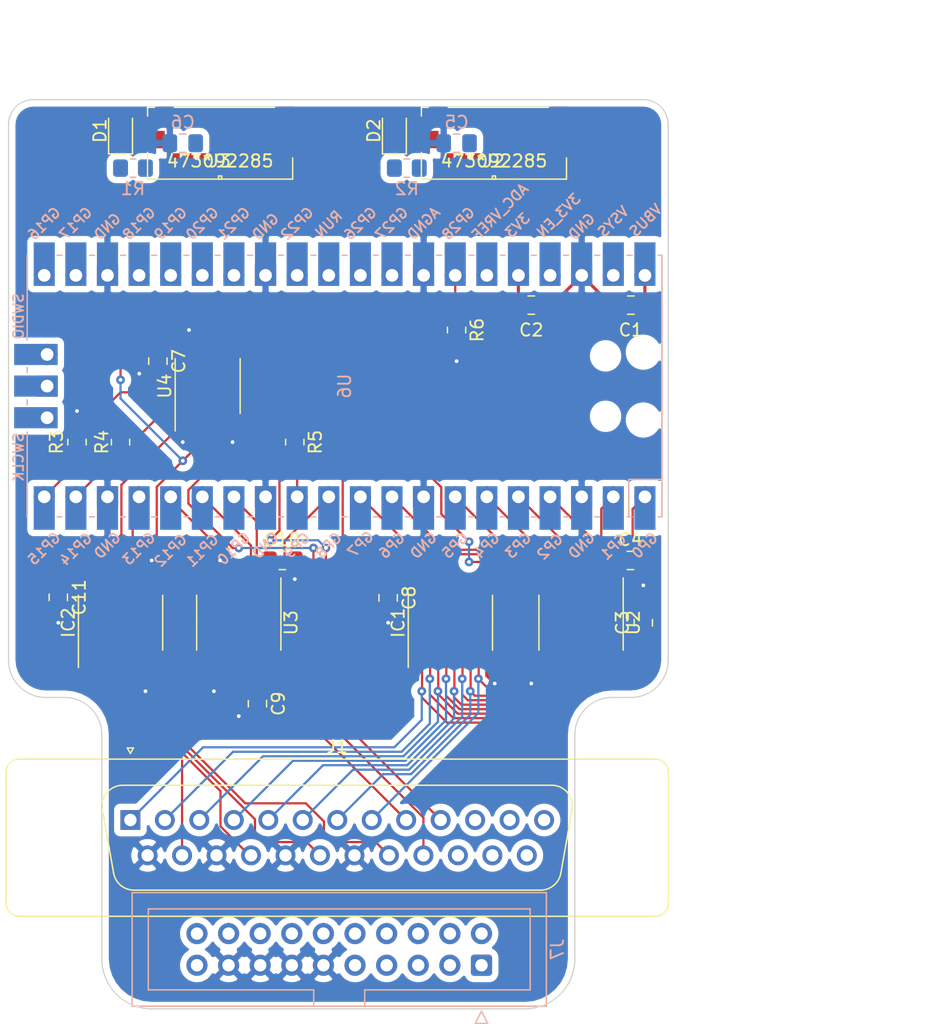
<source format=kicad_pcb>
(kicad_pcb (version 20171130) (host pcbnew 5.1.9+dfsg1-1)
  (layers (0 F.Cu signal) (31 B.Cu signal) (34 B.Paste user) (35 F.Paste user) (36 B.SilkS user) (37 F.SilkS user) (38 B.Mask user) (39 F.Mask user) (44 Edge.Cuts user))
  (net 0 "")
  (net 1 GND)
  (net 2 +5V)
  (net 3 +3V3)
  (net 4 "Net-(D1-Pad1)")
  (net 5 "Net-(D2-Pad1)")
  (net 6 "Net-(J1-Pad25)")
  (net 7 "Net-(J1-Pad24)")
  (net 8 "Net-(J1-Pad23)")
  (net 9 ADRQ)
  (net 10 ARW)
  (net 11 AA1)
  (net 12 AACK)
  (net 13 ARST)
  (net 14 "Net-(J1-Pad13)")
  (net 15 "Net-(J1-Pad12)")
  (net 16 "Net-(J1-Pad11)")
  (net 17 AIRQ)
  (net 18 ACS)
  (net 19 AD7)
  (net 20 AD6)
  (net 21 AD5)
  (net 22 /AD4)
  (net 23 /AD3)
  (net 24 /AD2)
  (net 25 /AD1)
  (net 26 /AD0)
  (net 27 CD1)
  (net 28 "Net-(J2-PadP8)")
  (net 29 SPI_RX)
  (net 30 SPI_CLK)
  (net 31 SPI_TX)
  (net 32 CS1)
  (net 33 "Net-(J2-PadP1)")
  (net 34 CD0)
  (net 35 "Net-(J3-PadP8)")
  (net 36 CS0)
  (net 37 "Net-(J3-PadP1)")
  (net 38 "Net-(J7-Pad20)")
  (net 39 DATABUSENABLE)
  (net 40 DRQ)
  (net 41 IRQ)
  (net 42 CNTRLBUSENABLE)
  (net 43 /D7)
  (net 44 /D6)
  (net 45 /D5)
  (net 46 /D4)
  (net 47 /D3)
  (net 48 /D2)
  (net 49 /D1)
  (net 50 /D0)
  (net 51 RW)
  (net 52 A1)
  (net 53 ACK)
  (net 54 RST)
  (net 55 CS)
  (net 56 "Net-(U6-Pad43)")
  (net 57 "Net-(U6-Pad42)")
  (net 58 "Net-(U6-Pad41)")
  (net 59 "Net-(U6-Pad35)")
  (net 60 "Net-(U6-Pad37)")
  (net 61 "Net-(U6-Pad39)")
  (net 62 "Net-(U6-Pad30)")
  (net 63 "Net-(U6-Pad31)")
  (net 64 "Net-(U6-Pad32)")
  (net 65 /~DATABUSENABLE)
  (net 66 "Net-(IC1-Pad1)")
  (net 67 /~CNTRLBUSENABLE)
  (net 68 "Net-(IC2-Pad1)")
  (module Package_SO:TSSOP-20_4.4x6.5mm_P0.65mm (layer F.Cu) (at 137 92 90)
    (fp_text reference IC2 (at 0 -4.2 90) (layer F.SilkS))
    (fp_text value SN74CB3T3245PWR)
    (pad 20 smd roundrect (at 2.8625 -2.925 90) (size 1.475 0.4) (layers F.Cu F.Paste F.Mask) (net 3 +3V3))
    (pad 19 smd roundrect (at 2.8625 -2.275 90) (size 1.475 0.4) (layers F.Cu F.Paste F.Mask) (net 67 /~CNTRLBUSENABLE))
    (pad 18 smd roundrect (at 2.8625 -1.625 90) (size 1.475 0.4) (layers F.Cu F.Paste F.Mask) (net 55 CS))
    (pad 17 smd roundrect (at 2.8625 -0.975 90) (size 1.475 0.4) (layers F.Cu F.Paste F.Mask) (net 54 RST))
    (pad 16 smd roundrect (at 2.8625 -0.325 90) (size 1.475 0.4) (layers F.Cu F.Paste F.Mask) (net 53 ACK))
    (pad 15 smd roundrect (at 2.8625 0.325 90) (size 1.475 0.4) (layers F.Cu F.Paste F.Mask) (net 52 A1))
    (pad 14 smd roundrect (at 2.8625 0.975 90) (size 1.475 0.4) (layers F.Cu F.Paste F.Mask) (net 51 RW))
    (pad 13 smd roundrect (at 2.8625 1.625 90) (size 1.475 0.4) (layers F.Cu F.Paste F.Mask) (net 1 GND))
    (pad 12 smd roundrect (at 2.8625 2.275 90) (size 1.475 0.4) (layers F.Cu F.Paste F.Mask) (net 1 GND))
    (pad 11 smd roundrect (at 2.8625 2.925 90) (size 1.475 0.4) (layers F.Cu F.Paste F.Mask) (net 1 GND))
    (pad 10 smd roundrect (at -2.8625 2.925 90) (size 1.475 0.4) (layers F.Cu F.Paste F.Mask) (net 1 GND))
    (pad 9 smd roundrect (at -2.8625 2.275 90) (size 1.475 0.4) (layers F.Cu F.Paste F.Mask) (net 1 GND))
    (pad 8 smd roundrect (at -2.8625 1.625 90) (size 1.475 0.4) (layers F.Cu F.Paste F.Mask) (net 1 GND))
    (pad 7 smd roundrect (at -2.8625 0.975 90) (size 1.475 0.4) (layers F.Cu F.Paste F.Mask) (net 1 GND))
    (pad 6 smd roundrect (at -2.8625 0.325 90) (size 1.475 0.4) (layers F.Cu F.Paste F.Mask) (net 10 ARW))
    (pad 5 smd roundrect (at -2.8625 -0.325 90) (size 1.475 0.4) (layers F.Cu F.Paste F.Mask) (net 11 AA1))
    (pad 4 smd roundrect (at -2.8625 -0.975 90) (size 1.475 0.4) (layers F.Cu F.Paste F.Mask) (net 12 AACK))
    (pad 3 smd roundrect (at -2.8625 -1.625 90) (size 1.475 0.4) (layers F.Cu F.Paste F.Mask) (net 13 ARST))
    (pad 2 smd roundrect (at -2.8625 -2.275 90) (size 1.475 0.4) (layers F.Cu F.Paste F.Mask) (net 18 ACS))
    (pad 1 smd roundrect (at -2.8625 -2.925 90) (size 1.475 0.4) (layers F.Cu F.Paste F.Mask) (net 68 "Net-(IC2-Pad1)"))
  )
  (module Package_SO:TSSOP-20_4.4x6.5mm_P0.65mm (layer F.Cu) (at 163.5 92 90)
    (fp_text reference IC1 (at 0 -4.2 90) (layer F.SilkS))
    (fp_text value SN74CB3T3245PWR)
    (pad 20 smd roundrect (at 2.8625 -2.925 90) (size 1.475 0.4) (layers F.Cu F.Paste F.Mask) (net 3 +3V3))
    (pad 19 smd roundrect (at 2.8625 -2.275 90) (size 1.475 0.4) (layers F.Cu F.Paste F.Mask) (net 65 /~DATABUSENABLE))
    (pad 18 smd roundrect (at 2.8625 -1.625 90) (size 1.475 0.4) (layers F.Cu F.Paste F.Mask) (net 50 /D0))
    (pad 17 smd roundrect (at 2.8625 -0.975 90) (size 1.475 0.4) (layers F.Cu F.Paste F.Mask) (net 49 /D1))
    (pad 16 smd roundrect (at 2.8625 -0.325 90) (size 1.475 0.4) (layers F.Cu F.Paste F.Mask) (net 48 /D2))
    (pad 15 smd roundrect (at 2.8625 0.325 90) (size 1.475 0.4) (layers F.Cu F.Paste F.Mask) (net 47 /D3))
    (pad 14 smd roundrect (at 2.8625 0.975 90) (size 1.475 0.4) (layers F.Cu F.Paste F.Mask) (net 46 /D4))
    (pad 13 smd roundrect (at 2.8625 1.625 90) (size 1.475 0.4) (layers F.Cu F.Paste F.Mask) (net 45 /D5))
    (pad 12 smd roundrect (at 2.8625 2.275 90) (size 1.475 0.4) (layers F.Cu F.Paste F.Mask) (net 44 /D6))
    (pad 11 smd roundrect (at 2.8625 2.925 90) (size 1.475 0.4) (layers F.Cu F.Paste F.Mask) (net 43 /D7))
    (pad 10 smd roundrect (at -2.8625 2.925 90) (size 1.475 0.4) (layers F.Cu F.Paste F.Mask) (net 1 GND))
    (pad 9 smd roundrect (at -2.8625 2.275 90) (size 1.475 0.4) (layers F.Cu F.Paste F.Mask) (net 19 AD7))
    (pad 8 smd roundrect (at -2.8625 1.625 90) (size 1.475 0.4) (layers F.Cu F.Paste F.Mask) (net 20 AD6))
    (pad 7 smd roundrect (at -2.8625 0.975 90) (size 1.475 0.4) (layers F.Cu F.Paste F.Mask) (net 21 AD5))
    (pad 6 smd roundrect (at -2.8625 0.325 90) (size 1.475 0.4) (layers F.Cu F.Paste F.Mask) (net 22 /AD4))
    (pad 5 smd roundrect (at -2.8625 -0.325 90) (size 1.475 0.4) (layers F.Cu F.Paste F.Mask) (net 23 /AD3))
    (pad 4 smd roundrect (at -2.8625 -0.975 90) (size 1.475 0.4) (layers F.Cu F.Paste F.Mask) (net 24 /AD2))
    (pad 3 smd roundrect (at -2.8625 -1.625 90) (size 1.475 0.4) (layers F.Cu F.Paste F.Mask) (net 25 /AD1))
    (pad 2 smd roundrect (at -2.8625 -2.275 90) (size 1.475 0.4) (layers F.Cu F.Paste F.Mask) (net 26 /AD0))
    (pad 1 smd roundrect (at -2.8625 -2.925 90) (size 1.475 0.4) (layers F.Cu F.Paste F.Mask) (net 66 "Net-(IC1-Pad1)"))
  )
  (module Capacitor_SMD:C_0805_2012Metric_Pad1.18x1.45mm_HandSolder (layer F.Cu) (at 132 89.9625 270)
    (fp_text reference C11 (at 0 -1.68 90) (layer F.SilkS))
    (fp_text value 100nF)
    (pad 2 smd roundrect (at 1.0375 0 270) (size 1.175 1.45) (layers F.Cu F.Paste F.Mask) (roundrect_rratio 0.212766) (net 1 GND))
    (pad 1 smd roundrect (at -1.0375 0 270) (size 1.175 1.45) (layers F.Cu F.Paste F.Mask) (roundrect_rratio 0.212766) (net 3 +3V3))
  )
  (module Capacitor_SMD:C_0805_2012Metric_Pad1.18x1.45mm_HandSolder (layer F.Cu) (at 158.5 90 270)
    (fp_text reference C8 (at 0 -1.68 90) (layer F.SilkS))
    (fp_text value 100nF)
    (pad 2 smd roundrect (at 1.0375 0 270) (size 1.175 1.45) (layers F.Cu F.Paste F.Mask) (roundrect_rratio 0.212766) (net 1 GND))
    (pad 1 smd roundrect (at -1.0375 0 270) (size 1.175 1.45) (layers F.Cu F.Paste F.Mask) (roundrect_rratio 0.212766) (net 3 +3V3))
  )
  (module Capacitor_SMD:C_0805_2012Metric_Pad1.18x1.45mm_HandSolder (layer F.Cu) (at 148 98.5 270)
    (fp_text reference C9 (at 0 -1.68 90) (layer F.SilkS))
    (fp_text value 100nF)
    (pad 2 smd roundrect (at 1.0375 0 270) (size 1.175 1.45) (layers F.Cu F.Paste F.Mask) (roundrect_rratio 0.212766) (net 1 GND))
    (pad 1 smd roundrect (at -1.0375 0 270) (size 1.175 1.45) (layers F.Cu F.Paste F.Mask) (roundrect_rratio 0.212766) (net 2 +5V))
  )
  (module Capacitor_SMD:C_0805_2012Metric_Pad1.18x1.45mm_HandSolder (layer F.Cu) (at 140 71 270)
    (fp_text reference C7 (at 0 -1.68 90) (layer F.SilkS))
    (fp_text value 100nF)
    (pad 2 smd roundrect (at 1.0375 0 270) (size 1.175 1.45) (layers F.Cu F.Paste F.Mask) (roundrect_rratio 0.212766) (net 1 GND))
    (pad 1 smd roundrect (at -1.0375 0 270) (size 1.175 1.45) (layers F.Cu F.Paste F.Mask) (roundrect_rratio 0.212766) (net 2 +5V))
  )
  (module Capacitor_SMD:C_0805_2012Metric_Pad1.18x1.45mm_HandSolder (layer F.Cu) (at 179 92 90)
    (fp_text reference C3 (at 0 -1.68 90) (layer F.SilkS))
    (fp_text value 100nF)
    (pad 2 smd roundrect (at 1.0375 0 90) (size 1.175 1.45) (layers F.Cu F.Paste F.Mask) (roundrect_rratio 0.212766) (net 1 GND))
    (pad 1 smd roundrect (at -1.0375 0 90) (size 1.175 1.45) (layers F.Cu F.Paste F.Mask) (roundrect_rratio 0.212766) (net 2 +5V))
  )
  (module Capacitor_SMD:C_0805_2012Metric_Pad1.18x1.45mm_HandSolder (layer F.Cu) (at 150 87)
    (fp_text reference C10 (at 0 -1.68) (layer F.SilkS))
    (fp_text value 100nF)
    (pad 2 smd roundrect (at 1.0375 0) (size 1.175 1.45) (layers F.Cu F.Paste F.Mask) (roundrect_rratio 0.212766) (net 1 GND))
    (pad 1 smd roundrect (at -1.0375 0) (size 1.175 1.45) (layers F.Cu F.Paste F.Mask) (roundrect_rratio 0.212766) (net 3 +3V3))
  )
  (module Capacitor_SMD:C_0805_2012Metric_Pad1.18x1.45mm_HandSolder (layer F.Cu) (at 177.9625 87)
    (fp_text reference C4 (at 0 -1.68) (layer F.SilkS))
    (fp_text value 100nF)
    (pad 2 smd roundrect (at 1.0375 0) (size 1.175 1.45) (layers F.Cu F.Paste F.Mask) (roundrect_rratio 0.212766) (net 1 GND))
    (pad 1 smd roundrect (at -1.0375 0) (size 1.175 1.45) (layers F.Cu F.Paste F.Mask) (roundrect_rratio 0.212766) (net 3 +3V3))
  )
  (module molex_47309-2285:molex_47309-2285_sdcard (layer F.Cu) (at 145 53.5 180)
    (fp_text reference J3 (at 0 -1.4309) (layer F.SilkS))
    (fp_text value 473092285 (at 0 -1.4309) (layer F.SilkS))
    (fp_text user * (at 1.010001 -1.4309) (layer F.SilkS))
    (fp_text user * (at 1.010001 -1.4309) (layer F.SilkS))
    (pad G4 smd rect (at 4.475 2.519101 180) (size 0.9398 0.8382) (layers F.Cu F.Paste F.Mask) (net 34 CD0))
    (pad G3 smd rect (at 5.399999 1.544099 180) (size 0.9906 0.6096) (layers F.Cu F.Paste F.Mask) (net 1 GND))
    (pad G2 smd rect (at 5.174501 0.294099 180) (size 1.4478 1.397) (layers F.Cu F.Paste F.Mask) (net 1 GND))
    (pad G1 smd rect (at -5.299964 1.049099 180) (size 1.1938 3.7846) (layers F.Cu F.Paste F.Mask) (net 1 GND))
    (pad P8 smd rect (at -4.149999 -1.430899 180) (size 0.6096 1.2446) (layers F.Cu F.Paste F.Mask) (net 35 "Net-(J3-PadP8)"))
    (pad P7 smd rect (at -3.050002 -1.430899 180) (size 0.6096 1.2446) (layers F.Cu F.Paste F.Mask) (net 29 SPI_RX))
    (pad P6 smd rect (at -1.950001 -1.430899 180) (size 0.6096 1.2446) (layers F.Cu F.Paste F.Mask) (net 1 GND))
    (pad P5 smd rect (at -0.850001 -1.430899 180) (size 0.6096 1.2446) (layers F.Cu F.Paste F.Mask) (net 30 SPI_CLK))
    (pad P4 smd rect (at 0.25 -1.430899 180) (size 0.6096 1.2446) (layers F.Cu F.Paste F.Mask) (net 3 +3V3))
    (pad P3 smd rect (at 1.35 -1.430899 180) (size 0.6096 1.2446) (layers F.Cu F.Paste F.Mask) (net 31 SPI_TX))
    (pad P2 smd rect (at 2.45 -1.430899 180) (size 0.6096 1.2446) (layers F.Cu F.Paste F.Mask) (net 36 CS0))
    (pad P1 smd rect (at 3.550001 -1.430899 180) (size 0.6096 1.2446) (layers F.Cu F.Paste F.Mask) (net 37 "Net-(J3-PadP1)"))
  )
  (module MCU_RaspberryPi_and_Boards:RPi_Pico_SMD_TH (layer B.Cu) (at 155 73 90)
    (fp_text reference U6 (at 0 0 270) (layer B.SilkS) (effects (justify mirror)))
    (fp_text value Pico)
    (fp_text user SWDIO (at 5.6 -26.2 270) (layer B.SilkS) (effects (font (size 0.8 0.8)) (justify mirror)))
    (fp_text user SWCLK (at -5.7 -26.2 270) (layer B.SilkS) (effects (font (size 0.8 0.8)) (justify mirror)))
    (fp_text user AGND (at 13.054 6.35 225) (layer B.SilkS) (effects (font (size 0.8 0.8)) (justify mirror)))
    (fp_text user GND (at 12.8 19.05 225) (layer B.SilkS) (effects (font (size 0.8 0.8)) (justify mirror)))
    (fp_text user GND (at 12.8 -6.35 225) (layer B.SilkS) (effects (font (size 0.8 0.8)) (justify mirror)))
    (fp_text user GND (at 12.8 -19.05 225) (layer B.SilkS) (effects (font (size 0.8 0.8)) (justify mirror)))
    (fp_text user GND (at -12.8 -19.05 225) (layer B.SilkS) (effects (font (size 0.8 0.8)) (justify mirror)))
    (fp_text user GND (at -12.8 -6.35 225) (layer B.SilkS) (effects (font (size 0.8 0.8)) (justify mirror)))
    (fp_text user GND (at -12.8 6.35 225) (layer B.SilkS) (effects (font (size 0.8 0.8)) (justify mirror)))
    (fp_text user GND (at -12.8 19.05 225) (layer B.SilkS) (effects (font (size 0.8 0.8)) (justify mirror)))
    (fp_text user VBUS (at 13.3 24.2 225) (layer B.SilkS) (effects (font (size 0.8 0.8)) (justify mirror)))
    (fp_text user VSYS (at 13.2 21.59 225) (layer B.SilkS) (effects (font (size 0.8 0.8)) (justify mirror)))
    (fp_text user 3V3_EN (at 13.7 17.2 225) (layer B.SilkS) (effects (font (size 0.8 0.8)) (justify mirror)))
    (fp_text user 3V3 (at 12.9 13.9 225) (layer B.SilkS) (effects (font (size 0.8 0.8)) (justify mirror)))
    (fp_text user ADC_VREF (at 14 12.5 225) (layer B.SilkS) (effects (font (size 0.8 0.8)) (justify mirror)))
    (fp_text user GP28 (at 13.054 9.144 225) (layer B.SilkS) (effects (font (size 0.8 0.8)) (justify mirror)))
    (fp_text user GP27 (at 13.054 3.8 225) (layer B.SilkS) (effects (font (size 0.8 0.8)) (justify mirror)))
    (fp_text user GP26 (at 13.054 1.27 225) (layer B.SilkS) (effects (font (size 0.8 0.8)) (justify mirror)))
    (fp_text user RUN (at 13 -1.27 225) (layer B.SilkS) (effects (font (size 0.8 0.8)) (justify mirror)))
    (fp_text user GP22 (at 13.054 -3.81 225) (layer B.SilkS) (effects (font (size 0.8 0.8)) (justify mirror)))
    (fp_text user GP21 (at 13.054 -8.9 225) (layer B.SilkS) (effects (font (size 0.8 0.8)) (justify mirror)))
    (fp_text user GP20 (at 13.054 -11.43 225) (layer B.SilkS) (effects (font (size 0.8 0.8)) (justify mirror)))
    (fp_text user GP19 (at 13.054 -13.97 225) (layer B.SilkS) (effects (font (size 0.8 0.8)) (justify mirror)))
    (fp_text user GP18 (at 13.054 -16.51 225) (layer B.SilkS) (effects (font (size 0.8 0.8)) (justify mirror)))
    (fp_text user GP17 (at 13.054 -21.59 225) (layer B.SilkS) (effects (font (size 0.8 0.8)) (justify mirror)))
    (fp_text user GP16 (at 13.054 -24.13 225) (layer B.SilkS) (effects (font (size 0.8 0.8)) (justify mirror)))
    (fp_text user GP15 (at -13.054 -24.13 225) (layer B.SilkS) (effects (font (size 0.8 0.8)) (justify mirror)))
    (fp_text user GP14 (at -13.1 -21.59 225) (layer B.SilkS) (effects (font (size 0.8 0.8)) (justify mirror)))
    (fp_text user GP13 (at -13.054 -16.51 225) (layer B.SilkS) (effects (font (size 0.8 0.8)) (justify mirror)))
    (fp_text user GP12 (at -13.2 -13.97 225) (layer B.SilkS) (effects (font (size 0.8 0.8)) (justify mirror)))
    (fp_text user GP11 (at -13.2 -11.43 225) (layer B.SilkS) (effects (font (size 0.8 0.8)) (justify mirror)))
    (fp_text user GP10 (at -13.054 -8.89 225) (layer B.SilkS) (effects (font (size 0.8 0.8)) (justify mirror)))
    (fp_text user GP9 (at -12.8 -3.81 225) (layer B.SilkS) (effects (font (size 0.8 0.8)) (justify mirror)))
    (fp_text user GP8 (at -12.8 -1.27 225) (layer B.SilkS) (effects (font (size 0.8 0.8)) (justify mirror)))
    (fp_text user GP7 (at -12.7 1.3 225) (layer B.SilkS) (effects (font (size 0.8 0.8)) (justify mirror)))
    (fp_text user GP6 (at -12.8 3.81 225) (layer B.SilkS) (effects (font (size 0.8 0.8)) (justify mirror)))
    (fp_text user GP5 (at -12.8 8.89 225) (layer B.SilkS) (effects (font (size 0.8 0.8)) (justify mirror)))
    (fp_text user GP4 (at -12.8 11.43 225) (layer B.SilkS) (effects (font (size 0.8 0.8)) (justify mirror)))
    (fp_text user GP3 (at -12.8 13.97 225) (layer B.SilkS) (effects (font (size 0.8 0.8)) (justify mirror)))
    (fp_text user GP0 (at -12.8 24.13 225) (layer B.SilkS) (effects (font (size 0.8 0.8)) (justify mirror)))
    (fp_text user GP2 (at -12.9 16.51 225) (layer B.SilkS) (effects (font (size 0.8 0.8)) (justify mirror)))
    (fp_text user GP1 (at -12.9 21.6 225) (layer B.SilkS) (effects (font (size 0.8 0.8)) (justify mirror)))
    (pad 43 thru_hole oval (at 2.54 -23.9 90) (size 1.7 1.7) (drill 1.02) (layers *.Cu *.Mask) (net 56 "Net-(U6-Pad43)"))
    (pad 43 smd rect (at 2.54 -23.9) (size 3.5 1.7) (drill (offset -0.9 0)) (layers B.Cu B.Mask) (net 56 "Net-(U6-Pad43)"))
    (pad 42 thru_hole rect (at 0 -23.9 90) (size 1.7 1.7) (drill 1.02) (layers *.Cu *.Mask) (net 57 "Net-(U6-Pad42)"))
    (pad 42 smd rect (at 0 -23.9) (size 3.5 1.7) (drill (offset -0.9 0)) (layers B.Cu B.Mask) (net 57 "Net-(U6-Pad42)"))
    (pad 41 thru_hole oval (at -2.54 -23.9 90) (size 1.7 1.7) (drill 1.02) (layers *.Cu *.Mask) (net 58 "Net-(U6-Pad41)"))
    (pad 41 smd rect (at -2.54 -23.9) (size 3.5 1.7) (drill (offset -0.9 0)) (layers B.Cu B.Mask) (net 58 "Net-(U6-Pad41)"))
    (pad "" np_thru_hole oval (at 2.425 20.97 90) (size 1.5 1.5) (drill 1.5) (layers *.Cu *.Mask))
    (pad "" np_thru_hole oval (at -2.425 20.97 90) (size 1.5 1.5) (drill 1.5) (layers *.Cu *.Mask))
    (pad "" np_thru_hole oval (at 2.725 24 90) (size 1.8 1.8) (drill 1.8) (layers *.Cu *.Mask))
    (pad "" np_thru_hole oval (at -2.725 24 90) (size 1.8 1.8) (drill 1.8) (layers *.Cu *.Mask))
    (pad 21 smd rect (at 8.89 -24.13 90) (size 3.5 1.7) (drill (offset 0.9 0)) (layers B.Cu B.Mask) (net 29 SPI_RX))
    (pad 22 smd rect (at 8.89 -21.59 90) (size 3.5 1.7) (drill (offset 0.9 0)) (layers B.Cu B.Mask) (net 36 CS0))
    (pad 23 smd rect (at 8.89 -19.05 90) (size 3.5 1.7) (drill (offset 0.9 0)) (layers B.Cu B.Mask) (net 1 GND))
    (pad 24 smd rect (at 8.89 -16.51 90) (size 3.5 1.7) (drill (offset 0.9 0)) (layers B.Cu B.Mask) (net 30 SPI_CLK))
    (pad 25 smd rect (at 8.89 -13.97 90) (size 3.5 1.7) (drill (offset 0.9 0)) (layers B.Cu B.Mask) (net 31 SPI_TX))
    (pad 26 smd rect (at 8.89 -11.43 90) (size 3.5 1.7) (drill (offset 0.9 0)) (layers B.Cu B.Mask) (net 32 CS1))
    (pad 27 smd rect (at 8.89 -8.89 90) (size 3.5 1.7) (drill (offset 0.9 0)) (layers B.Cu B.Mask) (net 34 CD0))
    (pad 28 smd rect (at 8.89 -6.35 90) (size 3.5 1.7) (drill (offset 0.9 0)) (layers B.Cu B.Mask) (net 1 GND))
    (pad 29 smd rect (at 8.89 -3.81 90) (size 3.5 1.7) (drill (offset 0.9 0)) (layers B.Cu B.Mask) (net 27 CD1))
    (pad 30 smd rect (at 8.89 -1.27 90) (size 3.5 1.7) (drill (offset 0.9 0)) (layers B.Cu B.Mask) (net 62 "Net-(U6-Pad30)"))
    (pad 31 smd rect (at 8.89 1.27 90) (size 3.5 1.7) (drill (offset 0.9 0)) (layers B.Cu B.Mask) (net 63 "Net-(U6-Pad31)"))
    (pad 32 smd rect (at 8.89 3.81 90) (size 3.5 1.7) (drill (offset 0.9 0)) (layers B.Cu B.Mask) (net 64 "Net-(U6-Pad32)"))
    (pad 33 smd rect (at 8.89 6.35 90) (size 3.5 1.7) (drill (offset 0.9 0)) (layers B.Cu B.Mask) (net 1 GND))
    (pad 34 smd rect (at 8.89 8.89 90) (size 3.5 1.7) (drill (offset 0.9 0)) (layers B.Cu B.Mask) (net 42 CNTRLBUSENABLE))
    (pad 35 smd rect (at 8.89 11.43 90) (size 3.5 1.7) (drill (offset 0.9 0)) (layers B.Cu B.Mask) (net 59 "Net-(U6-Pad35)"))
    (pad 36 smd rect (at 8.89 13.97 90) (size 3.5 1.7) (drill (offset 0.9 0)) (layers B.Cu B.Mask) (net 3 +3V3))
    (pad 37 smd rect (at 8.89 16.51 90) (size 3.5 1.7) (drill (offset 0.9 0)) (layers B.Cu B.Mask) (net 60 "Net-(U6-Pad37)"))
    (pad 38 smd rect (at 8.89 19.05 90) (size 3.5 1.7) (drill (offset 0.9 0)) (layers B.Cu B.Mask) (net 1 GND))
    (pad 39 smd rect (at 8.89 21.59 90) (size 3.5 1.7) (drill (offset 0.9 0)) (layers B.Cu B.Mask) (net 61 "Net-(U6-Pad39)"))
    (pad 40 smd rect (at 8.89 24.13 90) (size 3.5 1.7) (drill (offset 0.9 0)) (layers B.Cu B.Mask) (net 2 +5V))
    (pad 20 smd rect (at -8.89 -24.13 90) (size 3.5 1.7) (drill (offset -0.9 0)) (layers B.Cu B.Mask) (net 39 DATABUSENABLE))
    (pad 19 smd rect (at -8.89 -21.59 90) (size 3.5 1.7) (drill (offset -0.9 0)) (layers B.Cu B.Mask) (net 40 DRQ))
    (pad 18 smd rect (at -8.89 -19.05 90) (size 3.5 1.7) (drill (offset -0.9 0)) (layers B.Cu B.Mask) (net 1 GND))
    (pad 17 smd rect (at -8.89 -16.51 90) (size 3.5 1.7) (drill (offset -0.9 0)) (layers B.Cu B.Mask) (net 51 RW))
    (pad 16 smd rect (at -8.89 -13.97 90) (size 3.5 1.7) (drill (offset -0.9 0)) (layers B.Cu B.Mask) (net 52 A1))
    (pad 15 smd rect (at -8.89 -11.43 90) (size 3.5 1.7) (drill (offset -0.9 0)) (layers B.Cu B.Mask) (net 53 ACK))
    (pad 14 smd rect (at -8.89 -8.89 90) (size 3.5 1.7) (drill (offset -0.9 0)) (layers B.Cu B.Mask) (net 54 RST))
    (pad 13 smd rect (at -8.89 -6.35 90) (size 3.5 1.7) (drill (offset -0.9 0)) (layers B.Cu B.Mask) (net 1 GND))
    (pad 12 smd rect (at -8.89 -3.81 90) (size 3.5 1.7) (drill (offset -0.9 0)) (layers B.Cu B.Mask) (net 41 IRQ))
    (pad 11 smd rect (at -8.89 -1.27 90) (size 3.5 1.7) (drill (offset -0.9 0)) (layers B.Cu B.Mask) (net 55 CS))
    (pad 10 smd rect (at -8.89 1.27 90) (size 3.5 1.7) (drill (offset -0.9 0)) (layers B.Cu B.Mask) (net 43 /D7))
    (pad 9 smd rect (at -8.89 3.81 90) (size 3.5 1.7) (drill (offset -0.9 0)) (layers B.Cu B.Mask) (net 44 /D6))
    (pad 8 smd rect (at -8.89 6.35 90) (size 3.5 1.7) (drill (offset -0.9 0)) (layers B.Cu B.Mask) (net 1 GND))
    (pad 7 smd rect (at -8.89 8.89 90) (size 3.5 1.7) (drill (offset -0.9 0)) (layers B.Cu B.Mask) (net 45 /D5))
    (pad 6 smd rect (at -8.89 11.43 90) (size 3.5 1.7) (drill (offset -0.9 0)) (layers B.Cu B.Mask) (net 46 /D4))
    (pad 5 smd rect (at -8.89 13.97 90) (size 3.5 1.7) (drill (offset -0.9 0)) (layers B.Cu B.Mask) (net 47 /D3))
    (pad 4 smd rect (at -8.89 16.51 90) (size 3.5 1.7) (drill (offset -0.9 0)) (layers B.Cu B.Mask) (net 48 /D2))
    (pad 3 smd rect (at -8.89 19.05 90) (size 3.5 1.7) (drill (offset -0.9 0)) (layers B.Cu B.Mask) (net 1 GND))
    (pad 2 smd rect (at -8.89 21.59 90) (size 3.5 1.7) (drill (offset -0.9 0)) (layers B.Cu B.Mask) (net 49 /D1))
    (pad 1 smd rect (at -8.89 24.13 90) (size 3.5 1.7) (drill (offset -0.9 0)) (layers B.Cu B.Mask) (net 50 /D0))
    (pad 40 thru_hole oval (at 8.89 24.13 90) (size 1.7 1.7) (drill 1.02) (layers *.Cu *.Mask) (net 2 +5V))
    (pad 39 thru_hole oval (at 8.89 21.59 90) (size 1.7 1.7) (drill 1.02) (layers *.Cu *.Mask) (net 61 "Net-(U6-Pad39)"))
    (pad 38 thru_hole rect (at 8.89 19.05 90) (size 1.7 1.7) (drill 1.02) (layers *.Cu *.Mask) (net 1 GND))
    (pad 37 thru_hole oval (at 8.89 16.51 90) (size 1.7 1.7) (drill 1.02) (layers *.Cu *.Mask) (net 60 "Net-(U6-Pad37)"))
    (pad 36 thru_hole oval (at 8.89 13.97 90) (size 1.7 1.7) (drill 1.02) (layers *.Cu *.Mask) (net 3 +3V3))
    (pad 35 thru_hole oval (at 8.89 11.43 90) (size 1.7 1.7) (drill 1.02) (layers *.Cu *.Mask) (net 59 "Net-(U6-Pad35)"))
    (pad 34 thru_hole oval (at 8.89 8.89 90) (size 1.7 1.7) (drill 1.02) (layers *.Cu *.Mask) (net 42 CNTRLBUSENABLE))
    (pad 33 thru_hole rect (at 8.89 6.35 90) (size 1.7 1.7) (drill 1.02) (layers *.Cu *.Mask) (net 1 GND))
    (pad 32 thru_hole oval (at 8.89 3.81 90) (size 1.7 1.7) (drill 1.02) (layers *.Cu *.Mask) (net 64 "Net-(U6-Pad32)"))
    (pad 31 thru_hole oval (at 8.89 1.27 90) (size 1.7 1.7) (drill 1.02) (layers *.Cu *.Mask) (net 63 "Net-(U6-Pad31)"))
    (pad 30 thru_hole oval (at 8.89 -1.27 90) (size 1.7 1.7) (drill 1.02) (layers *.Cu *.Mask) (net 62 "Net-(U6-Pad30)"))
    (pad 29 thru_hole oval (at 8.89 -3.81 90) (size 1.7 1.7) (drill 1.02) (layers *.Cu *.Mask) (net 27 CD1))
    (pad 28 thru_hole rect (at 8.89 -6.35 90) (size 1.7 1.7) (drill 1.02) (layers *.Cu *.Mask) (net 1 GND))
    (pad 27 thru_hole oval (at 8.89 -8.89 90) (size 1.7 1.7) (drill 1.02) (layers *.Cu *.Mask) (net 34 CD0))
    (pad 26 thru_hole oval (at 8.89 -11.43 90) (size 1.7 1.7) (drill 1.02) (layers *.Cu *.Mask) (net 32 CS1))
    (pad 25 thru_hole oval (at 8.89 -13.97 90) (size 1.7 1.7) (drill 1.02) (layers *.Cu *.Mask) (net 31 SPI_TX))
    (pad 24 thru_hole oval (at 8.89 -16.51 90) (size 1.7 1.7) (drill 1.02) (layers *.Cu *.Mask) (net 30 SPI_CLK))
    (pad 23 thru_hole rect (at 8.89 -19.05 90) (size 1.7 1.7) (drill 1.02) (layers *.Cu *.Mask) (net 1 GND))
    (pad 22 thru_hole oval (at 8.89 -21.59 90) (size 1.7 1.7) (drill 1.02) (layers *.Cu *.Mask) (net 36 CS0))
    (pad 21 thru_hole oval (at 8.89 -24.13 90) (size 1.7 1.7) (drill 1.02) (layers *.Cu *.Mask) (net 29 SPI_RX))
    (pad 20 thru_hole oval (at -8.89 -24.13 90) (size 1.7 1.7) (drill 1.02) (layers *.Cu *.Mask) (net 39 DATABUSENABLE))
    (pad 19 thru_hole oval (at -8.89 -21.59 90) (size 1.7 1.7) (drill 1.02) (layers *.Cu *.Mask) (net 40 DRQ))
    (pad 18 thru_hole rect (at -8.89 -19.05 90) (size 1.7 1.7) (drill 1.02) (layers *.Cu *.Mask) (net 1 GND))
    (pad 17 thru_hole oval (at -8.89 -16.51 90) (size 1.7 1.7) (drill 1.02) (layers *.Cu *.Mask) (net 51 RW))
    (pad 16 thru_hole oval (at -8.89 -13.97 90) (size 1.7 1.7) (drill 1.02) (layers *.Cu *.Mask) (net 52 A1))
    (pad 15 thru_hole oval (at -8.89 -11.43 90) (size 1.7 1.7) (drill 1.02) (layers *.Cu *.Mask) (net 53 ACK))
    (pad 14 thru_hole oval (at -8.89 -8.89 90) (size 1.7 1.7) (drill 1.02) (layers *.Cu *.Mask) (net 54 RST))
    (pad 13 thru_hole rect (at -8.89 -6.35 90) (size 1.7 1.7) (drill 1.02) (layers *.Cu *.Mask) (net 1 GND))
    (pad 12 thru_hole oval (at -8.89 -3.81 90) (size 1.7 1.7) (drill 1.02) (layers *.Cu *.Mask) (net 41 IRQ))
    (pad 11 thru_hole oval (at -8.89 -1.27 90) (size 1.7 1.7) (drill 1.02) (layers *.Cu *.Mask) (net 55 CS))
    (pad 10 thru_hole oval (at -8.89 1.27 90) (size 1.7 1.7) (drill 1.02) (layers *.Cu *.Mask) (net 43 /D7))
    (pad 9 thru_hole oval (at -8.89 3.81 90) (size 1.7 1.7) (drill 1.02) (layers *.Cu *.Mask) (net 44 /D6))
    (pad 8 thru_hole rect (at -8.89 6.35 90) (size 1.7 1.7) (drill 1.02) (layers *.Cu *.Mask) (net 1 GND))
    (pad 7 thru_hole oval (at -8.89 8.89 90) (size 1.7 1.7) (drill 1.02) (layers *.Cu *.Mask) (net 45 /D5))
    (pad 6 thru_hole oval (at -8.89 11.43 90) (size 1.7 1.7) (drill 1.02) (layers *.Cu *.Mask) (net 46 /D4))
    (pad 5 thru_hole oval (at -8.89 13.97 90) (size 1.7 1.7) (drill 1.02) (layers *.Cu *.Mask) (net 47 /D3))
    (pad 4 thru_hole oval (at -8.89 16.51 90) (size 1.7 1.7) (drill 1.02) (layers *.Cu *.Mask) (net 48 /D2))
    (pad 3 thru_hole rect (at -8.89 19.05 90) (size 1.7 1.7) (drill 1.02) (layers *.Cu *.Mask) (net 1 GND))
    (pad 2 thru_hole oval (at -8.89 21.59 90) (size 1.7 1.7) (drill 1.02) (layers *.Cu *.Mask) (net 49 /D1))
    (pad 1 thru_hole oval (at -8.89 24.13 90) (size 1.7 1.7) (drill 1.02) (layers *.Cu *.Mask) (net 50 /D0))
  )
  (module Connector_IDC:IDC-Header_2x10_P2.54mm_Vertical (layer B.Cu) (at 166 119.5 90)
    (fp_text reference J7 (at 1.27 6.1 270) (layer B.SilkS) (effects (justify mirror)))
    (fp_text value "IDC 20pin")
    (pad 20 thru_hole circle (at 2.54 -22.86 90) (size 1.7 1.7) (drill 1) (layers *.Cu *.Mask) (net 38 "Net-(J7-Pad20)"))
    (pad 18 thru_hole circle (at 2.54 -20.32 90) (size 1.7 1.7) (drill 1) (layers *.Cu *.Mask) (net 10 ARW))
    (pad 16 thru_hole circle (at 2.54 -17.78 90) (size 1.7 1.7) (drill 1) (layers *.Cu *.Mask) (net 11 AA1))
    (pad 14 thru_hole circle (at 2.54 -15.24 90) (size 1.7 1.7) (drill 1) (layers *.Cu *.Mask) (net 12 AACK))
    (pad 12 thru_hole circle (at 2.54 -12.7 90) (size 1.7 1.7) (drill 1) (layers *.Cu *.Mask) (net 13 ARST))
    (pad 10 thru_hole circle (at 2.54 -10.16 90) (size 1.7 1.7) (drill 1) (layers *.Cu *.Mask) (net 17 AIRQ))
    (pad 8 thru_hole circle (at 2.54 -7.62 90) (size 1.7 1.7) (drill 1) (layers *.Cu *.Mask) (net 19 AD7))
    (pad 6 thru_hole circle (at 2.54 -5.08 90) (size 1.7 1.7) (drill 1) (layers *.Cu *.Mask) (net 21 AD5))
    (pad 4 thru_hole circle (at 2.54 -2.54 90) (size 1.7 1.7) (drill 1) (layers *.Cu *.Mask) (net 23 /AD3))
    (pad 2 thru_hole circle (at 2.54 0 90) (size 1.7 1.7) (drill 1) (layers *.Cu *.Mask) (net 25 /AD1))
    (pad 19 thru_hole circle (at 0 -22.86 90) (size 1.7 1.7) (drill 1) (layers *.Cu *.Mask) (net 9 ADRQ))
    (pad 17 thru_hole circle (at 0 -20.32 90) (size 1.7 1.7) (drill 1) (layers *.Cu *.Mask) (net 1 GND))
    (pad 15 thru_hole circle (at 0 -17.78 90) (size 1.7 1.7) (drill 1) (layers *.Cu *.Mask) (net 1 GND))
    (pad 13 thru_hole circle (at 0 -15.24 90) (size 1.7 1.7) (drill 1) (layers *.Cu *.Mask) (net 1 GND))
    (pad 11 thru_hole circle (at 0 -12.7 90) (size 1.7 1.7) (drill 1) (layers *.Cu *.Mask) (net 1 GND))
    (pad 9 thru_hole circle (at 0 -10.16 90) (size 1.7 1.7) (drill 1) (layers *.Cu *.Mask) (net 18 ACS))
    (pad 7 thru_hole circle (at 0 -7.62 90) (size 1.7 1.7) (drill 1) (layers *.Cu *.Mask) (net 20 AD6))
    (pad 5 thru_hole circle (at 0 -5.08 90) (size 1.7 1.7) (drill 1) (layers *.Cu *.Mask) (net 22 /AD4))
    (pad 3 thru_hole circle (at 0 -2.54 90) (size 1.7 1.7) (drill 1) (layers *.Cu *.Mask) (net 24 /AD2))
    (pad 1 thru_hole roundrect (at 0 0 90) (size 1.7 1.7) (drill 1) (layers *.Cu *.Mask) (roundrect_rratio 0.147059) (net 26 /AD0))
  )
  (module Package_SO:TSSOP-14_4.4x5mm_P0.65mm (layer F.Cu) (at 144 73 90)
    (fp_text reference U4 (at 0 -3.45 90) (layer F.SilkS))
    (fp_text value 74HCT125PW)
    (pad 14 smd roundrect (at 2.8625 -1.95 90) (size 1.475 0.4) (layers F.Cu F.Paste F.Mask) (net 2 +5V))
    (pad 13 smd roundrect (at 2.8625 -1.3 90) (size 1.475 0.4) (layers F.Cu F.Paste F.Mask) (net 1 GND))
    (pad 12 smd roundrect (at 2.8625 -0.65 90) (size 1.475 0.4) (layers F.Cu F.Paste F.Mask) (net 39 DATABUSENABLE))
    (pad 11 smd roundrect (at 2.8625 0 90) (size 1.475 0.4) (layers F.Cu F.Paste F.Mask) (net 65 /~DATABUSENABLE))
    (pad 10 smd roundrect (at 2.8625 0.65 90) (size 1.475 0.4) (layers F.Cu F.Paste F.Mask) (net 41 IRQ))
    (pad 9 smd roundrect (at 2.8625 1.3 90) (size 1.475 0.4) (layers F.Cu F.Paste F.Mask) (net 41 IRQ))
    (pad 8 smd roundrect (at 2.8625 1.95 90) (size 1.475 0.4) (layers F.Cu F.Paste F.Mask) (net 17 AIRQ))
    (pad 7 smd roundrect (at -2.8625 1.95 90) (size 1.475 0.4) (layers F.Cu F.Paste F.Mask) (net 1 GND))
    (pad 6 smd roundrect (at -2.8625 1.3 90) (size 1.475 0.4) (layers F.Cu F.Paste F.Mask) (net 9 ADRQ))
    (pad 5 smd roundrect (at -2.8625 0.65 90) (size 1.475 0.4) (layers F.Cu F.Paste F.Mask) (net 40 DRQ))
    (pad 4 smd roundrect (at -2.8625 0 90) (size 1.475 0.4) (layers F.Cu F.Paste F.Mask) (net 40 DRQ))
    (pad 3 smd roundrect (at -2.8625 -0.65 90) (size 1.475 0.4) (layers F.Cu F.Paste F.Mask) (net 67 /~CNTRLBUSENABLE))
    (pad 2 smd roundrect (at -2.8625 -1.3 90) (size 1.475 0.4) (layers F.Cu F.Paste F.Mask) (net 42 CNTRLBUSENABLE))
    (pad 1 smd roundrect (at -2.8625 -1.95 90) (size 1.475 0.4) (layers F.Cu F.Paste F.Mask) (net 1 GND))
  )
  (module Resistor_SMD:R_0805_2012Metric_Pad1.20x1.40mm_HandSolder (layer F.Cu) (at 164 68.5 270)
    (fp_text reference R6 (at 0 -1.65 90) (layer F.SilkS))
    (fp_text value R10K)
    (pad 2 smd roundrect (at 1 0 270) (size 1.2 1.4) (layers F.Cu F.Paste F.Mask) (roundrect_rratio 0.208333) (net 1 GND))
    (pad 1 smd roundrect (at -1 0 270) (size 1.2 1.4) (layers F.Cu F.Paste F.Mask) (roundrect_rratio 0.208333) (net 42 CNTRLBUSENABLE))
  )
  (module Resistor_SMD:R_0805_2012Metric_Pad1.20x1.40mm_HandSolder (layer F.Cu) (at 151 77.5 270)
    (fp_text reference R5 (at 0 -1.65 270) (layer F.SilkS))
    (fp_text value R10K)
    (pad 2 smd roundrect (at 1 0 270) (size 1.2 1.4) (layers F.Cu F.Paste F.Mask) (roundrect_rratio 0.208333) (net 41 IRQ))
    (pad 1 smd roundrect (at -1 0 270) (size 1.2 1.4) (layers F.Cu F.Paste F.Mask) (roundrect_rratio 0.208333) (net 3 +3V3))
  )
  (module Resistor_SMD:R_0805_2012Metric_Pad1.20x1.40mm_HandSolder (layer F.Cu) (at 137 77.5 270)
    (fp_text reference R4 (at 0 1.5 270) (layer F.SilkS))
    (fp_text value R10K)
    (pad 2 smd roundrect (at 1 0 270) (size 1.2 1.4) (layers F.Cu F.Paste F.Mask) (roundrect_rratio 0.208333) (net 40 DRQ))
    (pad 1 smd roundrect (at -1 0 270) (size 1.2 1.4) (layers F.Cu F.Paste F.Mask) (roundrect_rratio 0.208333) (net 3 +3V3))
  )
  (module Resistor_SMD:R_0805_2012Metric_Pad1.20x1.40mm_HandSolder (layer F.Cu) (at 133.5 77.5 90)
    (fp_text reference R3 (at 0 -1.65 90) (layer F.SilkS))
    (fp_text value R10K)
    (pad 2 smd roundrect (at 1 0 90) (size 1.2 1.4) (layers F.Cu F.Paste F.Mask) (roundrect_rratio 0.208333) (net 1 GND))
    (pad 1 smd roundrect (at -1 0 90) (size 1.2 1.4) (layers F.Cu F.Paste F.Mask) (roundrect_rratio 0.208333) (net 39 DATABUSENABLE))
  )
  (module Resistor_SMD:R_0805_2012Metric_Pad1.20x1.40mm_HandSolder (layer B.Cu) (at 160 55.5)
    (fp_text reference R2 (at 0 1.65) (layer B.SilkS) (effects (justify mirror)))
    (fp_text value R220)
    (pad 2 smd roundrect (at 1 0) (size 1.2 1.4) (layers B.Cu B.Paste B.Mask) (roundrect_rratio 0.208333) (net 32 CS1))
    (pad 1 smd roundrect (at -1 0) (size 1.2 1.4) (layers B.Cu B.Paste B.Mask) (roundrect_rratio 0.208333) (net 5 "Net-(D2-Pad1)"))
  )
  (module Resistor_SMD:R_0805_2012Metric_Pad1.20x1.40mm_HandSolder (layer B.Cu) (at 138 55.5)
    (fp_text reference R1 (at 0 1.65) (layer B.SilkS) (effects (justify mirror)))
    (fp_text value R220)
    (pad 2 smd roundrect (at 1 0) (size 1.2 1.4) (layers B.Cu B.Paste B.Mask) (roundrect_rratio 0.208333) (net 36 CS0))
    (pad 1 smd roundrect (at -1 0) (size 1.2 1.4) (layers B.Cu B.Paste B.Mask) (roundrect_rratio 0.208333) (net 4 "Net-(D1-Pad1)"))
  )
  (module LED_SMD:LED_0805_2012Metric_Pad1.15x1.40mm_HandSolder (layer F.Cu) (at 159 52.5 90)
    (fp_text reference D2 (at 0 -1.65 90) (layer F.SilkS))
    (fp_text value LED)
    (pad 2 smd roundrect (at 1.025 0 90) (size 1.15 1.4) (layers F.Cu F.Paste F.Mask) (roundrect_rratio 0.217391) (net 3 +3V3))
    (pad 1 smd roundrect (at -1.025 0 90) (size 1.15 1.4) (layers F.Cu F.Paste F.Mask) (roundrect_rratio 0.217391) (net 5 "Net-(D2-Pad1)"))
  )
  (module LED_SMD:LED_0805_2012Metric_Pad1.15x1.40mm_HandSolder (layer F.Cu) (at 137 52.5 90)
    (fp_text reference D1 (at 0 -1.65 90) (layer F.SilkS))
    (fp_text value LED)
    (pad 2 smd roundrect (at 1.025 0 90) (size 1.15 1.4) (layers F.Cu F.Paste F.Mask) (roundrect_rratio 0.217391) (net 3 +3V3))
    (pad 1 smd roundrect (at -1.025 0 90) (size 1.15 1.4) (layers F.Cu F.Paste F.Mask) (roundrect_rratio 0.217391) (net 4 "Net-(D1-Pad1)"))
  )
  (module Capacitor_SMD:C_0805_2012Metric_Pad1.18x1.45mm_HandSolder (layer B.Cu) (at 142 53.5 180)
    (fp_text reference C6 (at 0 1.68) (layer B.SilkS) (effects (justify mirror)))
    (fp_text value 1nF)
    (pad 2 smd roundrect (at 1.0375 0 180) (size 1.175 1.45) (layers B.Cu B.Paste B.Mask) (roundrect_rratio 0.212766) (net 1 GND))
    (pad 1 smd roundrect (at -1.0375 0 180) (size 1.175 1.45) (layers B.Cu B.Paste B.Mask) (roundrect_rratio 0.212766) (net 3 +3V3))
  )
  (module Capacitor_SMD:C_0805_2012Metric_Pad1.18x1.45mm_HandSolder (layer B.Cu) (at 164 53.5 180)
    (fp_text reference C5 (at 0 1.68) (layer B.SilkS) (effects (justify mirror)))
    (fp_text value 1nF)
    (pad 2 smd roundrect (at 1.0375 0 180) (size 1.175 1.45) (layers B.Cu B.Paste B.Mask) (roundrect_rratio 0.212766) (net 1 GND))
    (pad 1 smd roundrect (at -1.0375 0 180) (size 1.175 1.45) (layers B.Cu B.Paste B.Mask) (roundrect_rratio 0.212766) (net 3 +3V3))
  )
  (module Capacitor_SMD:C_0805_2012Metric_Pad1.18x1.45mm_HandSolder (layer F.Cu) (at 170 66.5)
    (fp_text reference C2 (at 0 2) (layer F.SilkS))
    (fp_text value 100nF)
    (pad 2 smd roundrect (at 1.0375 0) (size 1.175 1.45) (layers F.Cu F.Paste F.Mask) (roundrect_rratio 0.212766) (net 1 GND))
    (pad 1 smd roundrect (at -1.0375 0) (size 1.175 1.45) (layers F.Cu F.Paste F.Mask) (roundrect_rratio 0.212766) (net 3 +3V3))
  )
  (module Capacitor_SMD:C_0805_2012Metric_Pad1.18x1.45mm_HandSolder (layer F.Cu) (at 178 66.5 180)
    (fp_text reference C1 (at 0 -2) (layer F.SilkS))
    (fp_text value 100nF)
    (pad 2 smd roundrect (at 1.0375 0 180) (size 1.175 1.45) (layers F.Cu F.Paste F.Mask) (roundrect_rratio 0.212766) (net 1 GND))
    (pad 1 smd roundrect (at -1.0375 0 180) (size 1.175 1.45) (layers F.Cu F.Paste F.Mask) (roundrect_rratio 0.212766) (net 2 +5V))
  )
  (module Package_SO:TSSOP-20_4.4x6.5mm_P0.65mm (layer F.Cu) (at 146.5 92 270)
    (fp_text reference U3 (at 0 -4.2 90) (layer F.SilkS))
    (fp_text value TXB0108PWR)
    (pad 20 smd roundrect (at 2.8625 -2.925 270) (size 1.475 0.4) (layers F.Cu F.Paste F.Mask) (net 18 ACS))
    (pad 19 smd roundrect (at 2.8625 -2.275 270) (size 1.475 0.4) (layers F.Cu F.Paste F.Mask) (net 2 +5V))
    (pad 18 smd roundrect (at 2.8625 -1.625 270) (size 1.475 0.4) (layers F.Cu F.Paste F.Mask) (net 13 ARST))
    (pad 17 smd roundrect (at 2.8625 -0.975 270) (size 1.475 0.4) (layers F.Cu F.Paste F.Mask) (net 12 AACK))
    (pad 16 smd roundrect (at 2.8625 -0.325 270) (size 1.475 0.4) (layers F.Cu F.Paste F.Mask) (net 11 AA1))
    (pad 15 smd roundrect (at 2.8625 0.325 270) (size 1.475 0.4) (layers F.Cu F.Paste F.Mask) (net 10 ARW))
    (pad 14 smd roundrect (at 2.8625 0.975 270) (size 1.475 0.4) (layers F.Cu F.Paste F.Mask) (net 1 GND))
    (pad 13 smd roundrect (at 2.8625 1.625 270) (size 1.475 0.4) (layers F.Cu F.Paste F.Mask) (net 1 GND))
    (pad 12 smd roundrect (at 2.8625 2.275 270) (size 1.475 0.4) (layers F.Cu F.Paste F.Mask) (net 1 GND))
    (pad 11 smd roundrect (at 2.8625 2.925 270) (size 1.475 0.4) (layers F.Cu F.Paste F.Mask) (net 1 GND))
    (pad 10 smd roundrect (at -2.8625 2.925 270) (size 1.475 0.4) (layers F.Cu F.Paste F.Mask) (net 42 CNTRLBUSENABLE))
    (pad 9 smd roundrect (at -2.8625 2.275 270) (size 1.475 0.4) (layers F.Cu F.Paste F.Mask) (net 1 GND))
    (pad 8 smd roundrect (at -2.8625 1.625 270) (size 1.475 0.4) (layers F.Cu F.Paste F.Mask) (net 1 GND))
    (pad 7 smd roundrect (at -2.8625 0.975 270) (size 1.475 0.4) (layers F.Cu F.Paste F.Mask) (net 1 GND))
    (pad 6 smd roundrect (at -2.8625 0.325 270) (size 1.475 0.4) (layers F.Cu F.Paste F.Mask) (net 51 RW))
    (pad 5 smd roundrect (at -2.8625 -0.325 270) (size 1.475 0.4) (layers F.Cu F.Paste F.Mask) (net 52 A1))
    (pad 4 smd roundrect (at -2.8625 -0.975 270) (size 1.475 0.4) (layers F.Cu F.Paste F.Mask) (net 53 ACK))
    (pad 3 smd roundrect (at -2.8625 -1.625 270) (size 1.475 0.4) (layers F.Cu F.Paste F.Mask) (net 54 RST))
    (pad 2 smd roundrect (at -2.8625 -2.275 270) (size 1.475 0.4) (layers F.Cu F.Paste F.Mask) (net 3 +3V3))
    (pad 1 smd roundrect (at -2.8625 -2.925 270) (size 1.475 0.4) (layers F.Cu F.Paste F.Mask) (net 55 CS))
  )
  (module Package_SO:TSSOP-20_4.4x6.5mm_P0.65mm (layer F.Cu) (at 174 92 270)
    (fp_text reference U2 (at 0 -4.2 90) (layer F.SilkS))
    (fp_text value TXB0108PWR)
    (pad 20 smd roundrect (at 2.8625 -2.925 270) (size 1.475 0.4) (layers F.Cu F.Paste F.Mask) (net 26 /AD0))
    (pad 19 smd roundrect (at 2.8625 -2.275 270) (size 1.475 0.4) (layers F.Cu F.Paste F.Mask) (net 2 +5V))
    (pad 18 smd roundrect (at 2.8625 -1.625 270) (size 1.475 0.4) (layers F.Cu F.Paste F.Mask) (net 25 /AD1))
    (pad 17 smd roundrect (at 2.8625 -0.975 270) (size 1.475 0.4) (layers F.Cu F.Paste F.Mask) (net 24 /AD2))
    (pad 16 smd roundrect (at 2.8625 -0.325 270) (size 1.475 0.4) (layers F.Cu F.Paste F.Mask) (net 23 /AD3))
    (pad 15 smd roundrect (at 2.8625 0.325 270) (size 1.475 0.4) (layers F.Cu F.Paste F.Mask) (net 22 /AD4))
    (pad 14 smd roundrect (at 2.8625 0.975 270) (size 1.475 0.4) (layers F.Cu F.Paste F.Mask) (net 21 AD5))
    (pad 13 smd roundrect (at 2.8625 1.625 270) (size 1.475 0.4) (layers F.Cu F.Paste F.Mask) (net 20 AD6))
    (pad 12 smd roundrect (at 2.8625 2.275 270) (size 1.475 0.4) (layers F.Cu F.Paste F.Mask) (net 19 AD7))
    (pad 11 smd roundrect (at 2.8625 2.925 270) (size 1.475 0.4) (layers F.Cu F.Paste F.Mask) (net 1 GND))
    (pad 10 smd roundrect (at -2.8625 2.925 270) (size 1.475 0.4) (layers F.Cu F.Paste F.Mask) (net 39 DATABUSENABLE))
    (pad 9 smd roundrect (at -2.8625 2.275 270) (size 1.475 0.4) (layers F.Cu F.Paste F.Mask) (net 43 /D7))
    (pad 8 smd roundrect (at -2.8625 1.625 270) (size 1.475 0.4) (layers F.Cu F.Paste F.Mask) (net 44 /D6))
    (pad 7 smd roundrect (at -2.8625 0.975 270) (size 1.475 0.4) (layers F.Cu F.Paste F.Mask) (net 45 /D5))
    (pad 6 smd roundrect (at -2.8625 0.325 270) (size 1.475 0.4) (layers F.Cu F.Paste F.Mask) (net 46 /D4))
    (pad 5 smd roundrect (at -2.8625 -0.325 270) (size 1.475 0.4) (layers F.Cu F.Paste F.Mask) (net 47 /D3))
    (pad 4 smd roundrect (at -2.8625 -0.975 270) (size 1.475 0.4) (layers F.Cu F.Paste F.Mask) (net 48 /D2))
    (pad 3 smd roundrect (at -2.8625 -1.625 270) (size 1.475 0.4) (layers F.Cu F.Paste F.Mask) (net 49 /D1))
    (pad 2 smd roundrect (at -2.8625 -2.275 270) (size 1.475 0.4) (layers F.Cu F.Paste F.Mask) (net 3 +3V3))
    (pad 1 smd roundrect (at -2.8625 -2.925 270) (size 1.475 0.4) (layers F.Cu F.Paste F.Mask) (net 50 /D0))
  )
  (module molex_47309-2285:molex_47309-2285_sdcard (layer F.Cu) (at 167 53.5 180)
    (fp_text reference J2 (at 0 -1.4309) (layer F.SilkS))
    (fp_text value 473092285 (at 0 -1.4309) (layer F.SilkS))
    (fp_text user * (at 1.010001 -1.4309) (layer F.SilkS))
    (fp_text user * (at 1.010001 -1.4309) (layer F.SilkS))
    (pad G4 smd rect (at 4.475 2.519101 180) (size 0.9398 0.8382) (layers F.Cu F.Paste F.Mask) (net 27 CD1))
    (pad G3 smd rect (at 5.399999 1.544099 180) (size 0.9906 0.6096) (layers F.Cu F.Paste F.Mask) (net 1 GND))
    (pad G2 smd rect (at 5.174501 0.294099 180) (size 1.4478 1.397) (layers F.Cu F.Paste F.Mask) (net 1 GND))
    (pad G1 smd rect (at -5.299964 1.049099 180) (size 1.1938 3.7846) (layers F.Cu F.Paste F.Mask) (net 1 GND))
    (pad P8 smd rect (at -4.149999 -1.430899 180) (size 0.6096 1.2446) (layers F.Cu F.Paste F.Mask) (net 28 "Net-(J2-PadP8)"))
    (pad P7 smd rect (at -3.050002 -1.430899 180) (size 0.6096 1.2446) (layers F.Cu F.Paste F.Mask) (net 29 SPI_RX))
    (pad P6 smd rect (at -1.950001 -1.430899 180) (size 0.6096 1.2446) (layers F.Cu F.Paste F.Mask) (net 1 GND))
    (pad P5 smd rect (at -0.850001 -1.430899 180) (size 0.6096 1.2446) (layers F.Cu F.Paste F.Mask) (net 30 SPI_CLK))
    (pad P4 smd rect (at 0.25 -1.430899 180) (size 0.6096 1.2446) (layers F.Cu F.Paste F.Mask) (net 3 +3V3))
    (pad P3 smd rect (at 1.35 -1.430899 180) (size 0.6096 1.2446) (layers F.Cu F.Paste F.Mask) (net 31 SPI_TX))
    (pad P2 smd rect (at 2.45 -1.430899 180) (size 0.6096 1.2446) (layers F.Cu F.Paste F.Mask) (net 32 CS1))
    (pad P1 smd rect (at 3.550001 -1.430899 180) (size 0.6096 1.2446) (layers F.Cu F.Paste F.Mask) (net 33 "Net-(J2-PadP1)"))
  )
  (module Connector_Dsub:DSUB-25_Male_Vertical_P2.77x2.84mm (layer F.Cu) (at 137.79 107.839338)
    (fp_text reference J1 (at 16.62 -5.89) (layer F.SilkS))
    (fp_text value DB25_Male)
    (pad 25 thru_hole circle (at 31.855 2.84) (size 1.6 1.6) (drill 1) (layers *.Cu *.Mask) (net 6 "Net-(J1-Pad25)"))
    (pad 24 thru_hole circle (at 29.085 2.84) (size 1.6 1.6) (drill 1) (layers *.Cu *.Mask) (net 7 "Net-(J1-Pad24)"))
    (pad 23 thru_hole circle (at 26.315 2.84) (size 1.6 1.6) (drill 1) (layers *.Cu *.Mask) (net 8 "Net-(J1-Pad23)"))
    (pad 22 thru_hole circle (at 23.545 2.84) (size 1.6 1.6) (drill 1) (layers *.Cu *.Mask) (net 9 ADRQ))
    (pad 21 thru_hole circle (at 20.775 2.84) (size 1.6 1.6) (drill 1) (layers *.Cu *.Mask) (net 10 ARW))
    (pad 20 thru_hole circle (at 18.005 2.84) (size 1.6 1.6) (drill 1) (layers *.Cu *.Mask) (net 1 GND))
    (pad 19 thru_hole circle (at 15.235 2.84) (size 1.6 1.6) (drill 1) (layers *.Cu *.Mask) (net 11 AA1))
    (pad 18 thru_hole circle (at 12.465 2.84) (size 1.6 1.6) (drill 1) (layers *.Cu *.Mask) (net 1 GND))
    (pad 17 thru_hole circle (at 9.695 2.84) (size 1.6 1.6) (drill 1) (layers *.Cu *.Mask) (net 12 AACK))
    (pad 16 thru_hole circle (at 6.925 2.84) (size 1.6 1.6) (drill 1) (layers *.Cu *.Mask) (net 1 GND))
    (pad 15 thru_hole circle (at 4.155 2.84) (size 1.6 1.6) (drill 1) (layers *.Cu *.Mask) (net 13 ARST))
    (pad 14 thru_hole circle (at 1.385 2.84) (size 1.6 1.6) (drill 1) (layers *.Cu *.Mask) (net 1 GND))
    (pad 13 thru_hole circle (at 33.24 0) (size 1.6 1.6) (drill 1) (layers *.Cu *.Mask) (net 14 "Net-(J1-Pad13)"))
    (pad 12 thru_hole circle (at 30.47 0) (size 1.6 1.6) (drill 1) (layers *.Cu *.Mask) (net 15 "Net-(J1-Pad12)"))
    (pad 11 thru_hole circle (at 27.7 0) (size 1.6 1.6) (drill 1) (layers *.Cu *.Mask) (net 16 "Net-(J1-Pad11)"))
    (pad 10 thru_hole circle (at 24.93 0) (size 1.6 1.6) (drill 1) (layers *.Cu *.Mask) (net 17 AIRQ))
    (pad 9 thru_hole circle (at 22.16 0) (size 1.6 1.6) (drill 1) (layers *.Cu *.Mask) (net 18 ACS))
    (pad 8 thru_hole circle (at 19.39 0) (size 1.6 1.6) (drill 1) (layers *.Cu *.Mask) (net 19 AD7))
    (pad 7 thru_hole circle (at 16.62 0) (size 1.6 1.6) (drill 1) (layers *.Cu *.Mask) (net 20 AD6))
    (pad 6 thru_hole circle (at 13.85 0) (size 1.6 1.6) (drill 1) (layers *.Cu *.Mask) (net 21 AD5))
    (pad 5 thru_hole circle (at 11.08 0) (size 1.6 1.6) (drill 1) (layers *.Cu *.Mask) (net 22 /AD4))
    (pad 4 thru_hole circle (at 8.31 0) (size 1.6 1.6) (drill 1) (layers *.Cu *.Mask) (net 23 /AD3))
    (pad 3 thru_hole circle (at 5.54 0) (size 1.6 1.6) (drill 1) (layers *.Cu *.Mask) (net 24 /AD2))
    (pad 2 thru_hole circle (at 2.77 0) (size 1.6 1.6) (drill 1) (layers *.Cu *.Mask) (net 25 /AD1))
    (pad 1 thru_hole rect (at 0 0) (size 1.6 1.6) (drill 1) (layers *.Cu *.Mask) (net 26 /AD0))
  )
  (gr_line (start 139.5 123) (end 169.5 123) (layer Edge.Cuts) (width 0.1))
  (gr_line (start 131.000001 97.999999) (end 132.500001 97.999999) (layer Edge.Cuts) (width 0.1))
  (gr_arc (start 139.5 119) (end 135.5 119) (angle -90) (layer Edge.Cuts) (width 0.1))
  (gr_arc (start 132.5 101) (end 135.5 101.000001) (angle -90) (layer Edge.Cuts) (width 0.1))
  (gr_arc (start 131 94.999999) (end 128 95) (angle -90) (layer Edge.Cuts) (width 0.1))
  (gr_line (start 135.5 119) (end 135.5 101.000001) (layer Edge.Cuts) (width 0.1))
  (gr_arc (start 169.5 119) (end 169.5 123) (angle -90) (layer Edge.Cuts) (width 0.1))
  (gr_arc (start 179 52) (end 181 52) (angle -90) (layer Edge.Cuts) (width 0.1))
  (gr_line (start 176.5 98) (end 178 98) (layer Edge.Cuts) (width 0.1))
  (gr_arc (start 176.5 101) (end 173.5 101) (angle 90) (layer Edge.Cuts) (width 0.1))
  (gr_arc (start 178 95) (end 181 95) (angle 90) (layer Edge.Cuts) (width 0.1))
  (gr_arc (start 130 52) (end 128 52) (angle 90) (layer Edge.Cuts) (width 0.1))
  (gr_line (start 173.5 119) (end 173.5 101) (layer Edge.Cuts) (width 0.1))
  (gr_line (start 181 52) (end 181 95) (layer Edge.Cuts) (width 0.1))
  (gr_line (start 130 50) (end 179 50) (layer Edge.Cuts) (width 0.1))
  (gr_line (start 128 95) (end 128 52) (layer Edge.Cuts) (width 0.1))
  (segment (start 137.975 96.475) (end 139 97.5) (width 0.25) (layer F.Cu) (net 1))
  (via (at 139 97.5) (size 0.7) (drill 0.3) (layers F.Cu B.Cu) (net 1))
  (segment (start 137.975 94.8625) (end 137.975 96.475) (width 0.25) (layer F.Cu) (net 1))
  (segment (start 139.925 96.575) (end 139 97.5) (width 0.25) (layer F.Cu) (net 1))
  (segment (start 139.925 94.8625) (end 139.925 96.575) (width 0.25) (layer F.Cu) (net 1))
  (segment (start 139.275 97.225) (end 139 97.5) (width 0.25) (layer F.Cu) (net 1))
  (segment (start 139.275 94.8625) (end 139.275 97.225) (width 0.25) (layer F.Cu) (net 1))
  (segment (start 138.625 97.125) (end 139 97.5) (width 0.25) (layer F.Cu) (net 1))
  (segment (start 138.625 94.8625) (end 138.625 97.125) (width 0.25) (layer F.Cu) (net 1))
  (segment (start 144.875 94.8625) (end 144.875 97.125) (width 0.25) (layer F.Cu) (net 1))
  (segment (start 145.525 96.475) (end 144.5 97.5) (width 0.25) (layer F.Cu) (net 1))
  (segment (start 144.225 94.8625) (end 144.225 97.225) (width 0.25) (layer F.Cu) (net 1))
  (segment (start 144.875 97.125) (end 144.5 97.5) (width 0.25) (layer F.Cu) (net 1))
  (segment (start 143.575 96.575) (end 144.5 97.5) (width 0.25) (layer F.Cu) (net 1))
  (segment (start 144.225 97.225) (end 144.5 97.5) (width 0.25) (layer F.Cu) (net 1))
  (segment (start 143.575 94.8625) (end 143.575 96.575) (width 0.25) (layer F.Cu) (net 1))
  (segment (start 145.525 94.8625) (end 145.525 96.475) (width 0.25) (layer F.Cu) (net 1))
  (via (at 144.5 97.5) (size 0.7) (drill 0.3) (layers F.Cu B.Cu) (net 1))
  (via (at 139.5 87) (size 0.7) (drill 0.3) (layers F.Cu B.Cu) (net 1))
  (segment (start 139.925 87.425) (end 139.5 87) (width 0.25) (layer F.Cu) (net 1))
  (segment (start 139.925 89.1375) (end 139.925 87.425) (width 0.25) (layer F.Cu) (net 1))
  (segment (start 138.625 87.875) (end 139.5 87) (width 0.25) (layer F.Cu) (net 1))
  (segment (start 138.625 89.1375) (end 138.625 87.875) (width 0.25) (layer F.Cu) (net 1))
  (segment (start 139.275 87.225) (end 139.5 87) (width 0.25) (layer F.Cu) (net 1))
  (segment (start 139.275 89.1375) (end 139.275 87.225) (width 0.25) (layer F.Cu) (net 1))
  (via (at 145 87) (size 0.7) (drill 0.3) (layers F.Cu B.Cu) (net 1))
  (segment (start 144.225 87.775) (end 145 87) (width 0.25) (layer F.Cu) (net 1))
  (segment (start 144.225 89.1375) (end 144.225 87.775) (width 0.25) (layer F.Cu) (net 1))
  (segment (start 145.525 87.525) (end 145 87) (width 0.25) (layer F.Cu) (net 1))
  (segment (start 145.525 89.1375) (end 145.525 87.525) (width 0.25) (layer F.Cu) (net 1))
  (segment (start 144.875 87.125) (end 145 87) (width 0.25) (layer F.Cu) (net 1))
  (segment (start 144.875 89.1375) (end 144.875 87.125) (width 0.25) (layer F.Cu) (net 1))
  (via (at 132 92) (size 0.7) (drill 0.3) (layers F.Cu B.Cu) (net 1))
  (segment (start 132 91) (end 132 92) (width 0.25) (layer F.Cu) (net 1))
  (via (at 158.5 92) (size 0.7) (drill 0.3) (layers F.Cu B.Cu) (net 1))
  (segment (start 158.5 91.0375) (end 158.5 92) (width 0.25) (layer F.Cu) (net 1))
  (via (at 146.5 99.5) (size 0.7) (drill 0.3) (layers F.Cu B.Cu) (net 1))
  (segment (start 146.5375 99.5375) (end 146.5 99.5) (width 0.25) (layer F.Cu) (net 1))
  (segment (start 148 99.5375) (end 146.5375 99.5375) (width 0.25) (layer F.Cu) (net 1))
  (segment (start 176.44 66.5) (end 174.05 64.11) (width 0.25) (layer F.Cu) (net 1))
  (segment (start 176.9625 66.5) (end 176.44 66.5) (width 0.25) (layer F.Cu) (net 1))
  (segment (start 171.66 66.5) (end 174.05 64.11) (width 0.25) (layer F.Cu) (net 1))
  (segment (start 171.0375 66.5) (end 171.66 66.5) (width 0.25) (layer F.Cu) (net 1))
  (via (at 164 70.999996) (size 0.7) (drill 0.3) (layers F.Cu B.Cu) (net 1))
  (segment (start 164 69.5) (end 164 70.999996) (width 0.25) (layer F.Cu) (net 1))
  (via (at 133.5 75) (size 0.7) (drill 0.3) (layers F.Cu B.Cu) (net 1))
  (segment (start 133.5 76.5) (end 133.5 75) (width 0.25) (layer F.Cu) (net 1))
  (via (at 138.5 72) (size 0.7) (drill 0.3) (layers F.Cu B.Cu) (net 1))
  (segment (start 138.5375 72.0375) (end 138.5 72) (width 0.25) (layer F.Cu) (net 1))
  (segment (start 140 72.0375) (end 138.5375 72.0375) (width 0.25) (layer F.Cu) (net 1))
  (via (at 142 77.5) (size 0.7) (drill 0.3) (layers F.Cu B.Cu) (net 1))
  (segment (start 142.05 77.45) (end 142 77.5) (width 0.25) (layer F.Cu) (net 1))
  (segment (start 142.05 75.8625) (end 142.05 77.45) (width 0.25) (layer F.Cu) (net 1))
  (via (at 146 77.5) (size 0.7) (drill 0.3) (layers F.Cu B.Cu) (net 1))
  (segment (start 145.95 77.45) (end 146 77.5) (width 0.25) (layer F.Cu) (net 1))
  (segment (start 145.95 75.8625) (end 145.95 77.45) (width 0.25) (layer F.Cu) (net 1))
  (via (at 142.5 68.5) (size 0.7) (drill 0.3) (layers F.Cu B.Cu) (net 1))
  (segment (start 142.7 68.7) (end 142.5 68.5) (width 0.25) (layer F.Cu) (net 1))
  (segment (start 142.7 70.1375) (end 142.7 68.7) (width 0.25) (layer F.Cu) (net 1))
  (via (at 151 88.5) (size 0.7) (drill 0.3) (layers F.Cu B.Cu) (net 1))
  (segment (start 151.0375 88.4625) (end 151 88.5) (width 0.25) (layer F.Cu) (net 1))
  (segment (start 151.0375 87) (end 151.0375 88.4625) (width 0.25) (layer F.Cu) (net 1))
  (via (at 167.063407 96.88) (size 0.7) (drill 0.3) (layers F.Cu B.Cu) (net 1))
  (segment (start 166.425 96.241593) (end 167.063407 96.88) (width 0.25) (layer F.Cu) (net 1))
  (segment (start 166.425 94.8625) (end 166.425 96.241593) (width 0.25) (layer F.Cu) (net 1))
  (via (at 170 96.88) (size 0.7) (drill 0.3) (layers F.Cu B.Cu) (net 1))
  (segment (start 171.075 95.805) (end 170 96.88) (width 0.25) (layer F.Cu) (net 1))
  (segment (start 171.075 94.8625) (end 171.075 95.805) (width 0.25) (layer F.Cu) (net 1))
  (segment (start 179 87) (end 179 89) (width 0.25) (layer F.Cu) (net 1))
  (segment (start 179 90.9625) (end 179 89) (width 0.25) (layer F.Cu) (net 1))
  (via (at 179 89) (size 0.7) (drill 0.3) (layers F.Cu B.Cu) (net 1))
  (segment (start 177.3625 93.0375) (end 179 93.0375) (width 0.25) (layer F.Cu) (net 2))
  (segment (start 176.275 94.125) (end 177.3625 93.0375) (width 0.25) (layer F.Cu) (net 2))
  (segment (start 176.275 94.8625) (end 176.275 94.125) (width 0.25) (layer F.Cu) (net 2))
  (segment (start 148.775 96.6875) (end 148 97.4625) (width 0.25) (layer F.Cu) (net 2))
  (segment (start 148.775 94.8625) (end 148.775 96.6875) (width 0.25) (layer F.Cu) (net 2))
  (segment (start 140.175 70.1375) (end 140 69.9625) (width 0.25) (layer F.Cu) (net 2))
  (segment (start 142.05 70.1375) (end 140.175 70.1375) (width 0.25) (layer F.Cu) (net 2))
  (segment (start 179.13 66.4075) (end 179.0375 66.5) (width 0.25) (layer F.Cu) (net 2))
  (segment (start 179.13 64.11) (end 179.13 66.4075) (width 0.25) (layer F.Cu) (net 2))
  (segment (start 176.275 87.65) (end 176.925 87) (width 0.25) (layer F.Cu) (net 3))
  (segment (start 176.275 89.1375) (end 176.275 87.65) (width 0.25) (layer F.Cu) (net 3))
  (segment (start 158.675 89.1375) (end 158.5 88.9625) (width 0.25) (layer F.Cu) (net 3))
  (segment (start 160.575 89.1375) (end 158.675 89.1375) (width 0.25) (layer F.Cu) (net 3))
  (segment (start 133.8625 88.925) (end 134.075 89.1375) (width 0.25) (layer F.Cu) (net 3))
  (segment (start 132 88.925) (end 133.8625 88.925) (width 0.25) (layer F.Cu) (net 3))
  (segment (start 148.775 87.1875) (end 148.9625 87) (width 0.25) (layer F.Cu) (net 3))
  (segment (start 148.775 89.1375) (end 148.775 87.1875) (width 0.25) (layer F.Cu) (net 3))
  (segment (start 168.9625 64.1175) (end 168.97 64.11) (width 0.25) (layer F.Cu) (net 3))
  (segment (start 168.9625 66.5) (end 168.9625 64.1175) (width 0.25) (layer F.Cu) (net 3))
  (via (at 146.5 86) (size 0.7) (drill 0.3) (layers F.Cu B.Cu) (net 9))
  (segment (start 146.022398 86) (end 146.5 86) (width 0.18) (layer F.Cu) (net 9))
  (segment (start 142.449999 82.427601) (end 146.022398 86) (width 0.18) (layer F.Cu) (net 9))
  (segment (start 142.449999 81.352399) (end 142.449999 82.427601) (width 0.18) (layer F.Cu) (net 9))
  (segment (start 145.3 78.502398) (end 142.449999 81.352399) (width 0.18) (layer F.Cu) (net 9))
  (segment (start 145.3 75.8625) (end 145.3 78.502398) (width 0.18) (layer F.Cu) (net 9))
  (via (at 152.5 86) (size 0.7) (drill 0.3) (layers F.Cu B.Cu) (net 9))
  (segment (start 146.5 86) (end 152.5 86) (width 0.18) (layer B.Cu) (net 9))
  (segment (start 161.335 107.640736) (end 161.335 110.679338) (width 0.18) (layer F.Cu) (net 9))
  (segment (start 152.5 98.805736) (end 161.335 107.640736) (width 0.18) (layer F.Cu) (net 9))
  (segment (start 152.5 86) (end 152.5 98.805736) (width 0.18) (layer F.Cu) (net 9))
  (segment (start 146.175 94.175) (end 146.175 94.8625) (width 0.18) (layer F.Cu) (net 10))
  (segment (start 145.85499 93.85499) (end 146.175 94.175) (width 0.18) (layer F.Cu) (net 10))
  (segment (start 137.59501 93.85499) (end 145.85499 93.85499) (width 0.18) (layer F.Cu) (net 10))
  (segment (start 137.325 94.125) (end 137.59501 93.85499) (width 0.18) (layer F.Cu) (net 10))
  (segment (start 137.325 94.8625) (end 137.325 94.125) (width 0.18) (layer F.Cu) (net 10))
  (segment (start 137.325 94.8625) (end 137.325 96.79761) (width 0.18) (layer F.Cu) (net 10))
  (segment (start 137.325 96.79761) (end 147.02739 106.5) (width 0.18) (layer F.Cu) (net 10))
  (segment (start 157.494999 109.609337) (end 158.565 110.679338) (width 0.18) (layer F.Cu) (net 10))
  (segment (start 154.109337 109.609337) (end 157.494999 109.609337) (width 0.18) (layer F.Cu) (net 10))
  (segment (start 153.339999 107.955735) (end 153.339999 108.839999) (width 0.18) (layer F.Cu) (net 10))
  (segment (start 151.884264 106.5) (end 153.339999 107.955735) (width 0.18) (layer F.Cu) (net 10))
  (segment (start 153.339999 108.839999) (end 154.109337 109.609337) (width 0.18) (layer F.Cu) (net 10))
  (segment (start 147.02739 106.5) (end 151.884264 106.5) (width 0.18) (layer F.Cu) (net 10))
  (segment (start 136.675 94.125) (end 136.675 94.8625) (width 0.18) (layer F.Cu) (net 11))
  (segment (start 146.068256 93.49498) (end 137.30502 93.49498) (width 0.18) (layer F.Cu) (net 11))
  (segment (start 146.825 94.251724) (end 146.068256 93.49498) (width 0.18) (layer F.Cu) (net 11))
  (segment (start 137.30502 93.49498) (end 136.675 94.125) (width 0.18) (layer F.Cu) (net 11))
  (segment (start 146.825 94.8625) (end 146.825 94.251724) (width 0.18) (layer F.Cu) (net 11))
  (segment (start 147.799999 107.781739) (end 147.799999 108.799999) (width 0.18) (layer F.Cu) (net 11))
  (segment (start 136.675 96.65674) (end 147.799999 107.781739) (width 0.18) (layer F.Cu) (net 11))
  (segment (start 136.675 94.8625) (end 136.675 96.65674) (width 0.18) (layer F.Cu) (net 11))
  (segment (start 151.954999 109.609337) (end 153.025 110.679338) (width 0.18) (layer F.Cu) (net 11))
  (segment (start 148.609337 109.609337) (end 151.954999 109.609337) (width 0.18) (layer F.Cu) (net 11))
  (segment (start 147.799999 108.799999) (end 148.609337 109.609337) (width 0.18) (layer F.Cu) (net 11))
  (segment (start 146.63497 93.13497) (end 147.475 93.975) (width 0.18) (layer F.Cu) (net 12))
  (segment (start 137.01503 93.13497) (end 146.63497 93.13497) (width 0.18) (layer F.Cu) (net 12))
  (segment (start 136.025 94.125) (end 137.01503 93.13497) (width 0.18) (layer F.Cu) (net 12))
  (segment (start 147.475 93.975) (end 147.475 94.8625) (width 0.18) (layer F.Cu) (net 12))
  (segment (start 136.025 94.8625) (end 136.025 94.125) (width 0.18) (layer F.Cu) (net 12))
  (segment (start 145.029999 108.352939) (end 147.356398 110.679338) (width 0.18) (layer F.Cu) (net 12))
  (segment (start 147.356398 110.679338) (end 147.485 110.679338) (width 0.18) (layer F.Cu) (net 12))
  (segment (start 136.025 96.51587) (end 145.029999 105.520869) (width 0.18) (layer F.Cu) (net 12))
  (segment (start 145.029999 105.520869) (end 145.029999 108.352939) (width 0.18) (layer F.Cu) (net 12))
  (segment (start 136.025 94.8625) (end 136.025 96.51587) (width 0.18) (layer F.Cu) (net 12))
  (segment (start 135.375 94.125) (end 135.375 94.8625) (width 0.18) (layer F.Cu) (net 13))
  (segment (start 136.72504 92.77496) (end 135.375 94.125) (width 0.18) (layer F.Cu) (net 13))
  (segment (start 146.784091 92.77496) (end 136.72504 92.77496) (width 0.18) (layer F.Cu) (net 13))
  (segment (start 148.125 94.115869) (end 146.784091 92.77496) (width 0.18) (layer F.Cu) (net 13))
  (segment (start 148.125 94.8625) (end 148.125 94.115869) (width 0.18) (layer F.Cu) (net 13))
  (segment (start 141.945 110.679338) (end 141.945 102.945) (width 0.18) (layer F.Cu) (net 13))
  (segment (start 135.375 96.375) (end 135.375 94.8625) (width 0.18) (layer F.Cu) (net 13))
  (segment (start 141.945 102.945) (end 135.375 96.375) (width 0.18) (layer F.Cu) (net 13))
  (via (at 149 85.38) (size 0.7) (drill 0.3) (layers F.Cu B.Cu) (net 17))
  (via (at 153.5 86) (size 0.7) (drill 0.3) (layers F.Cu B.Cu) (net 17))
  (segment (start 152.88 85.38) (end 153.5 86) (width 0.18) (layer B.Cu) (net 17))
  (segment (start 149 85.38) (end 152.88 85.38) (width 0.18) (layer B.Cu) (net 17))
  (segment (start 153.5 98.619338) (end 162.72 107.839338) (width 0.18) (layer F.Cu) (net 17))
  (segment (start 153.5 86) (end 153.5 98.619338) (width 0.18) (layer F.Cu) (net 17))
  (segment (start 145.95 70.1375) (end 148.5 72.6875) (width 0.18) (layer F.Cu) (net 17))
  (segment (start 149.770001 80.270001) (end 148.5 79) (width 0.18) (layer F.Cu) (net 17))
  (segment (start 149.770001 84.609999) (end 149.770001 80.270001) (width 0.18) (layer F.Cu) (net 17))
  (segment (start 149 85.38) (end 149.770001 84.609999) (width 0.18) (layer F.Cu) (net 17))
  (segment (start 148.5 72.6875) (end 148.5 79) (width 0.18) (layer F.Cu) (net 17))
  (segment (start 149.425 93.925) (end 149.425 94.8625) (width 0.18) (layer F.Cu) (net 18))
  (segment (start 136.43505 92.41495) (end 147.91495 92.41495) (width 0.18) (layer F.Cu) (net 18))
  (segment (start 147.91495 92.41495) (end 149.425 93.925) (width 0.18) (layer F.Cu) (net 18))
  (segment (start 134.725 94.125) (end 136.43505 92.41495) (width 0.18) (layer F.Cu) (net 18))
  (segment (start 134.725 94.8625) (end 134.725 94.125) (width 0.18) (layer F.Cu) (net 18))
  (segment (start 149.425 97.314338) (end 149.425 94.8625) (width 0.18) (layer F.Cu) (net 18))
  (segment (start 159.95 107.839338) (end 149.425 97.314338) (width 0.18) (layer F.Cu) (net 18))
  (via (at 165.75 96.5) (size 0.7) (drill 0.3) (layers F.Cu B.Cu) (net 19))
  (segment (start 165.775 96.475) (end 165.75 96.5) (width 0.18) (layer F.Cu) (net 19))
  (segment (start 165.775 94.8625) (end 165.775 96.475) (width 0.18) (layer F.Cu) (net 19))
  (segment (start 166.75 97.5) (end 165.75 96.5) (width 0.18) (layer F.Cu) (net 19))
  (segment (start 170.5 97.5) (end 166.75 97.5) (width 0.18) (layer F.Cu) (net 19))
  (segment (start 171.725 94.8625) (end 171.725 96.275) (width 0.18) (layer F.Cu) (net 19))
  (segment (start 171.725 96.275) (end 170.5 97.5) (width 0.18) (layer F.Cu) (net 19))
  (segment (start 157.18 107.82) (end 165.75 99.25) (width 0.18) (layer B.Cu) (net 19))
  (segment (start 165.75 96.994974) (end 165.75 96.5) (width 0.18) (layer B.Cu) (net 19))
  (segment (start 165.75 99.25) (end 165.75 96.994974) (width 0.18) (layer B.Cu) (net 19))
  (segment (start 157.18 107.839338) (end 157.18 107.82) (width 0.18) (layer B.Cu) (net 19))
  (segment (start 165.125 97.475) (end 165.1 97.5) (width 0.18) (layer F.Cu) (net 20))
  (segment (start 165.125 94.8625) (end 165.125 97.475) (width 0.18) (layer F.Cu) (net 20))
  (segment (start 165.1 97.5) (end 165.460011 97.860011) (width 0.18) (layer F.Cu) (net 20))
  (segment (start 165.460011 97.860011) (end 170.649121 97.860011) (width 0.18) (layer F.Cu) (net 20))
  (segment (start 170.649121 97.860011) (end 172.375 96.134131) (width 0.18) (layer F.Cu) (net 20))
  (segment (start 172.375 96.134131) (end 172.375 94.8625) (width 0.18) (layer F.Cu) (net 20))
  (segment (start 154.760662 107.839338) (end 154.41 107.839338) (width 0.18) (layer B.Cu) (net 20))
  (via (at 165.1 97.5) (size 0.7) (drill 0.3) (layers F.Cu B.Cu) (net 20))
  (segment (start 165.1 99.390868) (end 160.330802 104.160066) (width 0.18) (layer B.Cu) (net 20))
  (segment (start 155.209999 107.039339) (end 154.41 107.839338) (width 0.18) (layer B.Cu) (net 20))
  (segment (start 158.089272 104.160066) (end 155.209999 107.039339) (width 0.18) (layer B.Cu) (net 20))
  (segment (start 160.330802 104.160066) (end 158.089272 104.160066) (width 0.18) (layer B.Cu) (net 20))
  (segment (start 165.1 97.5) (end 165.1 99.390868) (width 0.18) (layer B.Cu) (net 20))
  (via (at 164.45 96.5) (size 0.7) (drill 0.3) (layers F.Cu B.Cu) (net 21))
  (segment (start 164.475 96.475) (end 164.45 96.5) (width 0.18) (layer F.Cu) (net 21))
  (segment (start 164.475 94.8625) (end 164.475 96.475) (width 0.18) (layer F.Cu) (net 21))
  (segment (start 173.025 95.993261) (end 173.025 94.8625) (width 0.18) (layer F.Cu) (net 21))
  (segment (start 164.902419 98.220021) (end 170.798243 98.220021) (width 0.18) (layer F.Cu) (net 21))
  (segment (start 170.798243 98.220021) (end 173.025 95.993261) (width 0.18) (layer F.Cu) (net 21))
  (segment (start 164.45 96.5) (end 164.45 97.767602) (width 0.18) (layer F.Cu) (net 21))
  (segment (start 164.45 97.767602) (end 164.902419 98.220021) (width 0.18) (layer F.Cu) (net 21))
  (segment (start 155.679283 103.800055) (end 151.64 107.839338) (width 0.18) (layer B.Cu) (net 21))
  (segment (start 160.181681 103.800055) (end 155.679283 103.800055) (width 0.18) (layer B.Cu) (net 21))
  (segment (start 164.45 96.5) (end 164.45 99.531736) (width 0.18) (layer B.Cu) (net 21))
  (segment (start 164.45 99.531736) (end 160.181681 103.800055) (width 0.18) (layer B.Cu) (net 21))
  (via (at 163.8 97.5) (size 0.7) (drill 0.3) (layers F.Cu B.Cu) (net 22))
  (segment (start 163.825 97.475) (end 163.8 97.5) (width 0.18) (layer F.Cu) (net 22))
  (segment (start 163.825 94.8625) (end 163.825 97.475) (width 0.18) (layer F.Cu) (net 22))
  (segment (start 170.947365 98.580031) (end 173.675 95.852392) (width 0.18) (layer F.Cu) (net 22))
  (segment (start 173.675 95.852392) (end 173.675 94.8625) (width 0.18) (layer F.Cu) (net 22))
  (segment (start 164.385057 98.580031) (end 170.947365 98.580031) (width 0.18) (layer F.Cu) (net 22))
  (segment (start 163.8 97.994974) (end 164.385057 98.580031) (width 0.18) (layer F.Cu) (net 22))
  (segment (start 163.8 97.5) (end 163.8 97.994974) (width 0.18) (layer F.Cu) (net 22))
  (segment (start 153.269294 103.440044) (end 149.669999 107.039339) (width 0.18) (layer B.Cu) (net 22))
  (segment (start 163.8 97.5) (end 163.8 99.672604) (width 0.18) (layer B.Cu) (net 22))
  (segment (start 163.8 99.672604) (end 160.03256 103.440044) (width 0.18) (layer B.Cu) (net 22))
  (segment (start 149.669999 107.039339) (end 148.87 107.839338) (width 0.18) (layer B.Cu) (net 22))
  (segment (start 160.03256 103.440044) (end 153.269294 103.440044) (width 0.18) (layer B.Cu) (net 22))
  (via (at 163.15 96.5) (size 0.7) (drill 0.3) (layers F.Cu B.Cu) (net 23))
  (segment (start 163.175 96.475) (end 163.15 96.5) (width 0.18) (layer F.Cu) (net 23))
  (segment (start 163.175 94.8625) (end 163.175 96.475) (width 0.18) (layer F.Cu) (net 23))
  (segment (start 174.325 95.711523) (end 174.325 94.8625) (width 0.18) (layer F.Cu) (net 23))
  (segment (start 163.15 96.5) (end 163.15 97.854104) (width 0.18) (layer F.Cu) (net 23))
  (segment (start 164.235937 98.940041) (end 171.096487 98.940041) (width 0.18) (layer F.Cu) (net 23))
  (segment (start 171.096487 98.940041) (end 174.325 95.711523) (width 0.18) (layer F.Cu) (net 23))
  (segment (start 163.15 97.854104) (end 164.235937 98.940041) (width 0.18) (layer F.Cu) (net 23))
  (segment (start 163.15 99.813472) (end 159.883439 103.080033) (width 0.18) (layer B.Cu) (net 23))
  (segment (start 163.15 96.5) (end 163.15 99.813472) (width 0.18) (layer B.Cu) (net 23))
  (segment (start 150.859305 103.080033) (end 146.1 107.839338) (width 0.18) (layer B.Cu) (net 23))
  (segment (start 159.883439 103.080033) (end 150.859305 103.080033) (width 0.18) (layer B.Cu) (net 23))
  (via (at 162.5 97.5) (size 0.7) (drill 0.3) (layers F.Cu B.Cu) (net 24))
  (segment (start 162.525 97.475) (end 162.5 97.5) (width 0.18) (layer F.Cu) (net 24))
  (segment (start 162.525 94.8625) (end 162.525 97.475) (width 0.18) (layer F.Cu) (net 24))
  (segment (start 162.5 97.5) (end 162.5 97.713234) (width 0.18) (layer F.Cu) (net 24))
  (segment (start 164.086817 99.300051) (end 171.274949 99.300051) (width 0.18) (layer F.Cu) (net 24))
  (segment (start 174.975 95.6) (end 174.975 94.8625) (width 0.18) (layer F.Cu) (net 24))
  (segment (start 162.5 97.713234) (end 164.086817 99.300051) (width 0.18) (layer F.Cu) (net 24))
  (segment (start 171.274949 99.300051) (end 174.975 95.6) (width 0.18) (layer F.Cu) (net 24))
  (segment (start 162.5 99.95434) (end 162.5 97.5) (width 0.18) (layer B.Cu) (net 24))
  (segment (start 159.734318 102.720022) (end 162.5 99.95434) (width 0.18) (layer B.Cu) (net 24))
  (segment (start 148.449316 102.720022) (end 159.734318 102.720022) (width 0.18) (layer B.Cu) (net 24))
  (segment (start 143.33 107.839338) (end 148.449316 102.720022) (width 0.18) (layer B.Cu) (net 24))
  (via (at 161.85 96.5) (size 0.7) (drill 0.3) (layers F.Cu B.Cu) (net 25))
  (segment (start 161.875 96.475) (end 161.85 96.5) (width 0.18) (layer F.Cu) (net 25))
  (segment (start 161.875 94.8625) (end 161.875 96.475) (width 0.18) (layer F.Cu) (net 25))
  (segment (start 161.85 96.5) (end 161.85 97.767602) (width 0.18) (layer F.Cu) (net 25))
  (segment (start 161.85 97.767602) (end 163.742459 99.660061) (width 0.18) (layer F.Cu) (net 25))
  (segment (start 163.742459 99.660061) (end 171.564939 99.660061) (width 0.18) (layer F.Cu) (net 25))
  (segment (start 171.564939 99.660061) (end 175.625 95.6) (width 0.18) (layer F.Cu) (net 25))
  (segment (start 175.625 95.6) (end 175.625 94.8625) (width 0.18) (layer F.Cu) (net 25))
  (segment (start 146.039327 102.360011) (end 140.56 107.839338) (width 0.18) (layer B.Cu) (net 25))
  (segment (start 161.85 100.095208) (end 159.585197 102.360011) (width 0.18) (layer B.Cu) (net 25))
  (segment (start 161.85 96.5) (end 161.85 100.095208) (width 0.18) (layer B.Cu) (net 25))
  (segment (start 159.585197 102.360011) (end 146.039327 102.360011) (width 0.18) (layer B.Cu) (net 25))
  (via (at 161.2 97.5) (size 0.7) (drill 0.3) (layers F.Cu B.Cu) (net 26))
  (segment (start 161.225 97.475) (end 161.2 97.5) (width 0.18) (layer F.Cu) (net 26))
  (segment (start 161.225 94.8625) (end 161.225 97.475) (width 0.18) (layer F.Cu) (net 26))
  (segment (start 163.225097 100.020071) (end 171.979929 100.020071) (width 0.18) (layer F.Cu) (net 26))
  (segment (start 175.525 97) (end 176.925 95.6) (width 0.18) (layer F.Cu) (net 26))
  (segment (start 161.2 97.5) (end 161.2 97.994974) (width 0.18) (layer F.Cu) (net 26))
  (segment (start 171.979929 100.020071) (end 175 97) (width 0.18) (layer F.Cu) (net 26))
  (segment (start 176.925 95.6) (end 176.925 94.8625) (width 0.18) (layer F.Cu) (net 26))
  (segment (start 175 97) (end 175.525 97) (width 0.18) (layer F.Cu) (net 26))
  (segment (start 161.2 97.994974) (end 163.225097 100.020071) (width 0.18) (layer F.Cu) (net 26))
  (segment (start 143.629338 102) (end 137.79 107.839338) (width 0.18) (layer B.Cu) (net 26))
  (segment (start 159 102) (end 143.629338 102) (width 0.18) (layer B.Cu) (net 26))
  (segment (start 161.2 99.8) (end 159 102) (width 0.18) (layer B.Cu) (net 26))
  (segment (start 161.2 97.5) (end 161.2 99.8) (width 0.18) (layer B.Cu) (net 26))
  (segment (start 133.5 79.26) (end 130.87 81.89) (width 0.18) (layer F.Cu) (net 39))
  (segment (start 133.5 78.5) (end 133.5 79.26) (width 0.18) (layer F.Cu) (net 39))
  (segment (start 143.35 71.2625) (end 143.35 70.1375) (width 0.18) (layer F.Cu) (net 39))
  (segment (start 141.1125 73.5) (end 143.35 71.2625) (width 0.18) (layer F.Cu) (net 39))
  (segment (start 135 75.5) (end 137 73.5) (width 0.18) (layer F.Cu) (net 39))
  (segment (start 137 73.5) (end 141.1125 73.5) (width 0.18) (layer F.Cu) (net 39))
  (segment (start 135 78) (end 135 75.5) (width 0.18) (layer F.Cu) (net 39))
  (segment (start 134.5 78.5) (end 135 78) (width 0.18) (layer F.Cu) (net 39))
  (segment (start 133.5 78.5) (end 134.5 78.5) (width 0.18) (layer F.Cu) (net 39))
  (via (at 165 87.12) (size 0.7) (drill 0.3) (layers F.Cu B.Cu) (net 39))
  (segment (start 169.0575 87.12) (end 165 87.12) (width 0.18) (layer F.Cu) (net 39))
  (segment (start 171.075 89.1375) (end 169.0575 87.12) (width 0.18) (layer F.Cu) (net 39))
  (via (at 165 85.5) (size 0.7) (drill 0.3) (layers F.Cu B.Cu) (net 39))
  (segment (start 165 87.12) (end 165 85.5) (width 0.18) (layer B.Cu) (net 39))
  (segment (start 143.35 69.140869) (end 143.35 70.1375) (width 0.18) (layer F.Cu) (net 39))
  (segment (start 144.850879 67.63999) (end 143.35 69.140869) (width 0.18) (layer F.Cu) (net 39))
  (segment (start 162.769999 83.269999) (end 162.769999 81.123997) (width 0.18) (layer F.Cu) (net 39))
  (segment (start 149.285992 67.63999) (end 144.850879 67.63999) (width 0.18) (layer F.Cu) (net 39))
  (segment (start 162.769999 81.123997) (end 149.285992 67.63999) (width 0.18) (layer F.Cu) (net 39))
  (segment (start 165 85.5) (end 162.769999 83.269999) (width 0.18) (layer F.Cu) (net 39))
  (segment (start 136.8 78.5) (end 137 78.5) (width 0.18) (layer F.Cu) (net 40))
  (segment (start 133.41 81.89) (end 136.8 78.5) (width 0.18) (layer F.Cu) (net 40))
  (segment (start 143.36998 74.49498) (end 144 75.125) (width 0.18) (layer F.Cu) (net 40))
  (segment (start 144 75.125) (end 144 75.8625) (width 0.18) (layer F.Cu) (net 40))
  (segment (start 137 78.5) (end 141.00502 74.49498) (width 0.18) (layer F.Cu) (net 40))
  (segment (start 144.65 75.15) (end 144.65 75.8625) (width 0.18) (layer F.Cu) (net 40))
  (segment (start 143.99498 74.49498) (end 144.65 75.15) (width 0.18) (layer F.Cu) (net 40))
  (segment (start 143.00502 74.49498) (end 143.99498 74.49498) (width 0.18) (layer F.Cu) (net 40))
  (segment (start 141.00502 74.49498) (end 143.00502 74.49498) (width 0.18) (layer F.Cu) (net 40))
  (segment (start 143.00502 74.49498) (end 143.36998 74.49498) (width 0.18) (layer F.Cu) (net 40))
  (segment (start 151.19 78.69) (end 151 78.5) (width 0.18) (layer F.Cu) (net 41))
  (segment (start 151.19 81.89) (end 151.19 78.69) (width 0.18) (layer F.Cu) (net 41))
  (segment (start 146.203266 69.12999) (end 149.5 72.426724) (width 0.18) (layer F.Cu) (net 41))
  (segment (start 145.3 69.4) (end 145.57001 69.12999) (width 0.18) (layer F.Cu) (net 41))
  (segment (start 145.3 70.1375) (end 145.3 69.4) (width 0.18) (layer F.Cu) (net 41))
  (segment (start 149.5 77) (end 151 78.5) (width 0.18) (layer F.Cu) (net 41))
  (segment (start 149.5 72.426724) (end 149.5 77) (width 0.18) (layer F.Cu) (net 41))
  (segment (start 144.65 70.1375) (end 144.65 69.35) (width 0.18) (layer F.Cu) (net 41))
  (segment (start 144.87001 69.12999) (end 145.87001 69.12999) (width 0.18) (layer F.Cu) (net 41))
  (segment (start 144.65 69.35) (end 144.87001 69.12999) (width 0.18) (layer F.Cu) (net 41))
  (segment (start 145.87001 69.12999) (end 146.203266 69.12999) (width 0.18) (layer F.Cu) (net 41))
  (segment (start 145.57001 69.12999) (end 145.87001 69.12999) (width 0.18) (layer F.Cu) (net 41))
  (segment (start 163.89 67.39) (end 164 67.5) (width 0.18) (layer F.Cu) (net 42))
  (segment (start 163.89 64.11) (end 163.89 67.39) (width 0.18) (layer F.Cu) (net 42))
  (segment (start 142.7 78.3) (end 142.7 75.8625) (width 0.18) (layer F.Cu) (net 42))
  (segment (start 139.909999 85.472499) (end 139.909999 81.090001) (width 0.18) (layer F.Cu) (net 42))
  (segment (start 143.575 89.1375) (end 139.909999 85.472499) (width 0.18) (layer F.Cu) (net 42))
  (segment (start 163.77998 67.27998) (end 138.72002 67.27998) (width 0.18) (layer F.Cu) (net 42))
  (segment (start 164 67.5) (end 163.77998 67.27998) (width 0.18) (layer F.Cu) (net 42))
  (via (at 142 79) (size 0.7) (drill 0.3) (layers F.Cu B.Cu) (net 42))
  (segment (start 142.5 78.5) (end 142 79) (width 0.18) (layer F.Cu) (net 42))
  (segment (start 139.909999 81.090001) (end 142.5 78.5) (width 0.18) (layer F.Cu) (net 42))
  (segment (start 142.5 78.5) (end 142.7 78.3) (width 0.18) (layer F.Cu) (net 42))
  (via (at 137 72.5) (size 0.7) (drill 0.3) (layers F.Cu B.Cu) (net 42))
  (segment (start 137 74) (end 137 72.5) (width 0.18) (layer B.Cu) (net 42))
  (segment (start 142 79) (end 137 74) (width 0.18) (layer B.Cu) (net 42))
  (segment (start 137 69) (end 138.72002 67.27998) (width 0.18) (layer F.Cu) (net 42))
  (segment (start 137 72.5) (end 137 69) (width 0.18) (layer F.Cu) (net 42))
  (segment (start 166.425 89.1375) (end 166.425 89.925) (width 0.18) (layer F.Cu) (net 43))
  (segment (start 166.425 89.925) (end 167 90.5) (width 0.18) (layer F.Cu) (net 43))
  (segment (start 171.725 89.775) (end 171.725 89.1375) (width 0.18) (layer F.Cu) (net 43))
  (segment (start 171 90.5) (end 171.725 89.775) (width 0.18) (layer F.Cu) (net 43))
  (segment (start 167 90.5) (end 171 90.5) (width 0.18) (layer F.Cu) (net 43))
  (segment (start 171.725 88.4) (end 169.825 86.5) (width 0.18) (layer F.Cu) (net 43))
  (segment (start 171.725 89.1375) (end 171.725 88.4) (width 0.18) (layer F.Cu) (net 43))
  (segment (start 160.88 86.5) (end 156.27 81.89) (width 0.18) (layer F.Cu) (net 43))
  (segment (start 169.825 86.5) (end 160.88 86.5) (width 0.18) (layer F.Cu) (net 43))
  (segment (start 166.76001 90.86001) (end 165.775 89.875) (width 0.18) (layer F.Cu) (net 44))
  (segment (start 171.38999 90.86001) (end 166.76001 90.86001) (width 0.18) (layer F.Cu) (net 44))
  (segment (start 172.375 89.875) (end 171.38999 90.86001) (width 0.18) (layer F.Cu) (net 44))
  (segment (start 165.775 89.875) (end 165.775 89.1375) (width 0.18) (layer F.Cu) (net 44))
  (segment (start 172.375 89.1375) (end 172.375 89.875) (width 0.18) (layer F.Cu) (net 44))
  (segment (start 163.05999 86.13999) (end 158.81 81.89) (width 0.18) (layer F.Cu) (net 44))
  (segment (start 170.11499 86.13999) (end 163.05999 86.13999) (width 0.18) (layer F.Cu) (net 44))
  (segment (start 172.375 88.4) (end 170.11499 86.13999) (width 0.18) (layer F.Cu) (net 44))
  (segment (start 172.375 89.1375) (end 172.375 88.4) (width 0.18) (layer F.Cu) (net 44))
  (segment (start 173.025 89.975) (end 173.025 89.1375) (width 0.18) (layer F.Cu) (net 45))
  (segment (start 171.77998 91.22002) (end 173.025 89.975) (width 0.18) (layer F.Cu) (net 45))
  (segment (start 166.47002 91.22002) (end 171.77998 91.22002) (width 0.18) (layer F.Cu) (net 45))
  (segment (start 165.125 89.875) (end 166.47002 91.22002) (width 0.18) (layer F.Cu) (net 45))
  (segment (start 165.125 89.1375) (end 165.125 89.875) (width 0.18) (layer F.Cu) (net 45))
  (segment (start 173.025 88.4) (end 170.40498 85.77998) (width 0.18) (layer F.Cu) (net 45))
  (segment (start 173.025 89.1375) (end 173.025 88.4) (width 0.18) (layer F.Cu) (net 45))
  (segment (start 167.77998 85.77998) (end 163.89 81.89) (width 0.18) (layer F.Cu) (net 45))
  (segment (start 170.40498 85.77998) (end 167.77998 85.77998) (width 0.18) (layer F.Cu) (net 45))
  (segment (start 173.675 89.875) (end 173.675 89.1375) (width 0.18) (layer F.Cu) (net 46))
  (segment (start 171.96997 91.58003) (end 173.675 89.875) (width 0.18) (layer F.Cu) (net 46))
  (segment (start 166.18003 91.58003) (end 171.96997 91.58003) (width 0.18) (layer F.Cu) (net 46))
  (segment (start 164.475 89.875) (end 166.18003 91.58003) (width 0.18) (layer F.Cu) (net 46))
  (segment (start 164.475 89.1375) (end 164.475 89.875) (width 0.18) (layer F.Cu) (net 46))
  (segment (start 173.675 88.4) (end 170.69497 85.41997) (width 0.18) (layer F.Cu) (net 46))
  (segment (start 173.675 89.1375) (end 173.675 88.4) (width 0.18) (layer F.Cu) (net 46))
  (segment (start 169.95997 85.41997) (end 166.43 81.89) (width 0.18) (layer F.Cu) (net 46))
  (segment (start 170.69497 85.41997) (end 169.95997 85.41997) (width 0.18) (layer F.Cu) (net 46))
  (segment (start 174.325 89.748276) (end 174.325 89.1375) (width 0.18) (layer F.Cu) (net 47))
  (segment (start 172.133236 91.94004) (end 174.325 89.748276) (width 0.18) (layer F.Cu) (net 47))
  (segment (start 165.89004 91.94004) (end 172.133236 91.94004) (width 0.18) (layer F.Cu) (net 47))
  (segment (start 163.825 89.875) (end 165.89004 91.94004) (width 0.18) (layer F.Cu) (net 47))
  (segment (start 163.825 89.1375) (end 163.825 89.875) (width 0.18) (layer F.Cu) (net 47))
  (segment (start 174.325 87.245) (end 168.97 81.89) (width 0.18) (layer F.Cu) (net 47))
  (segment (start 174.325 89.1375) (end 174.325 87.245) (width 0.18) (layer F.Cu) (net 47))
  (segment (start 174.975 89.875) (end 174.975 89.1375) (width 0.18) (layer F.Cu) (net 48))
  (segment (start 172.54995 92.30005) (end 174.975 89.875) (width 0.18) (layer F.Cu) (net 48))
  (segment (start 165.60005 92.30005) (end 172.54995 92.30005) (width 0.18) (layer F.Cu) (net 48))
  (segment (start 163.175 89.875) (end 165.60005 92.30005) (width 0.18) (layer F.Cu) (net 48))
  (segment (start 163.175 89.1375) (end 163.175 89.875) (width 0.18) (layer F.Cu) (net 48))
  (segment (start 174.975 85.355) (end 171.51 81.89) (width 0.18) (layer F.Cu) (net 48))
  (segment (start 174.975 89.1375) (end 174.975 85.355) (width 0.18) (layer F.Cu) (net 48))
  (segment (start 175.625 89.875) (end 175.625 89.1375) (width 0.18) (layer F.Cu) (net 49))
  (segment (start 172.83994 92.66006) (end 175.625 89.875) (width 0.18) (layer F.Cu) (net 49))
  (segment (start 165.31006 92.66006) (end 172.83994 92.66006) (width 0.18) (layer F.Cu) (net 49))
  (segment (start 162.525 89.875) (end 165.31006 92.66006) (width 0.18) (layer F.Cu) (net 49))
  (segment (start 162.525 89.1375) (end 162.525 89.875) (width 0.18) (layer F.Cu) (net 49))
  (segment (start 175.625 82.855) (end 176.59 81.89) (width 0.18) (layer F.Cu) (net 49))
  (segment (start 175.625 89.1375) (end 175.625 82.855) (width 0.18) (layer F.Cu) (net 49))
  (segment (start 176.925 89.748276) (end 176.925 89.1375) (width 0.18) (layer F.Cu) (net 50))
  (segment (start 173.653206 93.02007) (end 176.925 89.748276) (width 0.18) (layer F.Cu) (net 50))
  (segment (start 165.02007 93.02007) (end 173.653206 93.02007) (width 0.18) (layer F.Cu) (net 50))
  (segment (start 161.875 89.875) (end 165.02007 93.02007) (width 0.18) (layer F.Cu) (net 50))
  (segment (start 161.875 89.1375) (end 161.875 89.875) (width 0.18) (layer F.Cu) (net 50))
  (segment (start 178.14249 82.87751) (end 179.13 81.89) (width 0.18) (layer F.Cu) (net 50))
  (segment (start 178.14249 87.92001) (end 178.14249 82.87751) (width 0.18) (layer F.Cu) (net 50))
  (segment (start 176.925 89.1375) (end 178.14249 87.92001) (width 0.18) (layer F.Cu) (net 50))
  (segment (start 146.175 89.875) (end 146.175 89.1375) (width 0.18) (layer F.Cu) (net 51))
  (segment (start 145.90499 90.14501) (end 146.175 89.875) (width 0.18) (layer F.Cu) (net 51))
  (segment (start 138.24501 90.14501) (end 145.90499 90.14501) (width 0.18) (layer F.Cu) (net 51))
  (segment (start 137.975 89.875) (end 138.24501 90.14501) (width 0.18) (layer F.Cu) (net 51))
  (segment (start 137.975 89.1375) (end 137.975 89.875) (width 0.18) (layer F.Cu) (net 51))
  (segment (start 137.975 82.405) (end 138.49 81.89) (width 0.18) (layer F.Cu) (net 51))
  (segment (start 137.975 89.1375) (end 137.975 82.405) (width 0.18) (layer F.Cu) (net 51))
  (segment (start 137.325 89.825) (end 137.325 89.1375) (width 0.18) (layer F.Cu) (net 52))
  (segment (start 138.00502 90.50502) (end 137.325 89.825) (width 0.18) (layer F.Cu) (net 52))
  (segment (start 146.19498 90.50502) (end 138.00502 90.50502) (width 0.18) (layer F.Cu) (net 52))
  (segment (start 146.825 89.875) (end 146.19498 90.50502) (width 0.18) (layer F.Cu) (net 52))
  (segment (start 146.825 89.1375) (end 146.825 89.875) (width 0.18) (layer F.Cu) (net 52))
  (segment (start 141.03 82.112398) (end 141.03 81.89) (width 0.18) (layer F.Cu) (net 52))
  (segment (start 146.825 87.907398) (end 141.03 82.112398) (width 0.18) (layer F.Cu) (net 52))
  (segment (start 146.825 89.1375) (end 146.825 87.907398) (width 0.18) (layer F.Cu) (net 52))
  (segment (start 147.475 89.875) (end 147.475 89.1375) (width 0.18) (layer F.Cu) (net 53))
  (segment (start 137.791754 90.86503) (end 146.48497 90.86503) (width 0.18) (layer F.Cu) (net 53))
  (segment (start 136.675 89.748276) (end 137.791754 90.86503) (width 0.18) (layer F.Cu) (net 53))
  (segment (start 146.48497 90.86503) (end 147.475 89.875) (width 0.18) (layer F.Cu) (net 53))
  (segment (start 136.675 89.1375) (end 136.675 89.748276) (width 0.18) (layer F.Cu) (net 53))
  (segment (start 147.475 85.795) (end 143.57 81.89) (width 0.18) (layer F.Cu) (net 53))
  (segment (start 147.475 89.1375) (end 147.475 85.795) (width 0.18) (layer F.Cu) (net 53))
  (segment (start 148.125 89.875) (end 148.125 89.1375) (width 0.18) (layer F.Cu) (net 54))
  (segment (start 146.77496 91.22504) (end 148.125 89.875) (width 0.18) (layer F.Cu) (net 54))
  (segment (start 137.37504 91.22504) (end 146.77496 91.22504) (width 0.18) (layer F.Cu) (net 54))
  (segment (start 136.025 89.875) (end 137.37504 91.22504) (width 0.18) (layer F.Cu) (net 54))
  (segment (start 136.025 89.1375) (end 136.025 89.875) (width 0.18) (layer F.Cu) (net 54))
  (segment (start 146.11 82.045134) (end 146.11 81.89) (width 0.18) (layer F.Cu) (net 54))
  (segment (start 148.125 89.1375) (end 147.94501 88.95751) (width 0.18) (layer F.Cu) (net 54))
  (segment (start 147.94501 88.95751) (end 147.94501 83.880144) (width 0.18) (layer F.Cu) (net 54))
  (segment (start 147.94501 83.880144) (end 146.11 82.045134) (width 0.18) (layer F.Cu) (net 54))
  (segment (start 135.375 89.875) (end 135.375 89.1375) (width 0.18) (layer F.Cu) (net 55))
  (segment (start 137.08505 91.58505) (end 135.375 89.875) (width 0.18) (layer F.Cu) (net 55))
  (segment (start 147.71495 91.58505) (end 137.08505 91.58505) (width 0.18) (layer F.Cu) (net 55))
  (segment (start 149.425 89.875) (end 147.71495 91.58505) (width 0.18) (layer F.Cu) (net 55))
  (segment (start 149.425 89.1375) (end 149.425 89.875) (width 0.18) (layer F.Cu) (net 55))
  (segment (start 150.17999 85.44001) (end 153.73 81.89) (width 0.18) (layer F.Cu) (net 55))
  (segment (start 150.17999 88.38251) (end 150.17999 85.44001) (width 0.18) (layer F.Cu) (net 55))
  (segment (start 149.425 89.1375) (end 150.17999 88.38251) (width 0.18) (layer F.Cu) (net 55))
  (segment (start 160.111199 87.388801) (end 161.225 88.502602) (width 0.18) (layer F.Cu) (net 65))
  (segment (start 156.888801 87.388801) (end 160.111199 87.388801) (width 0.18) (layer F.Cu) (net 65))
  (segment (start 161.225 88.502602) (end 161.225 89.1375) (width 0.18) (layer F.Cu) (net 65))
  (segment (start 154.850001 85.350001) (end 156.888801 87.388801) (width 0.18) (layer F.Cu) (net 65))
  (segment (start 147.5 68) (end 154.850001 75.350001) (width 0.18) (layer F.Cu) (net 65))
  (segment (start 145 68) (end 147.5 68) (width 0.18) (layer F.Cu) (net 65))
  (segment (start 154.850001 75.350001) (end 154.850001 85.350001) (width 0.18) (layer F.Cu) (net 65))
  (segment (start 144 69) (end 145 68) (width 0.18) (layer F.Cu) (net 65))
  (segment (start 144 70.1375) (end 144 69) (width 0.18) (layer F.Cu) (net 65))
  (segment (start 143.35 75.8625) (end 143.35 75.125) (width 0.18) (layer F.Cu) (net 67))
  (segment (start 143.35 75.125) (end 143.07999 74.85499) (width 0.18) (layer F.Cu) (net 67))
  (segment (start 137.070001 80.929999) (end 137.070001 84.929999) (width 0.18) (layer F.Cu) (net 67))
  (segment (start 143.07999 74.85499) (end 141.796734 74.85499) (width 0.18) (layer F.Cu) (net 67))
  (segment (start 141 75.651724) (end 141 77) (width 0.18) (layer F.Cu) (net 67))
  (segment (start 141.796734 74.85499) (end 141 75.651724) (width 0.18) (layer F.Cu) (net 67))
  (segment (start 137.070001 84.929999) (end 134.725 87.275) (width 0.18) (layer F.Cu) (net 67))
  (segment (start 141 77) (end 137.070001 80.929999) (width 0.18) (layer F.Cu) (net 67))
  (segment (start 134.725 87.275) (end 134.725 89.1375) (width 0.18) (layer F.Cu) (net 67))
  (zone (net 1) (net_name GND) (layer B.Cu) (connect_pads (clearance 0.508)) (min_thickness 0.254) (fill yes (arc_segments 32) (thermal_gap 0.508) (thermal_bridge_width 0.508))
    (polygon (pts (xy 181 123) (xy 128 123) (xy 128 50) (xy 181 50)))
  )
)
</source>
